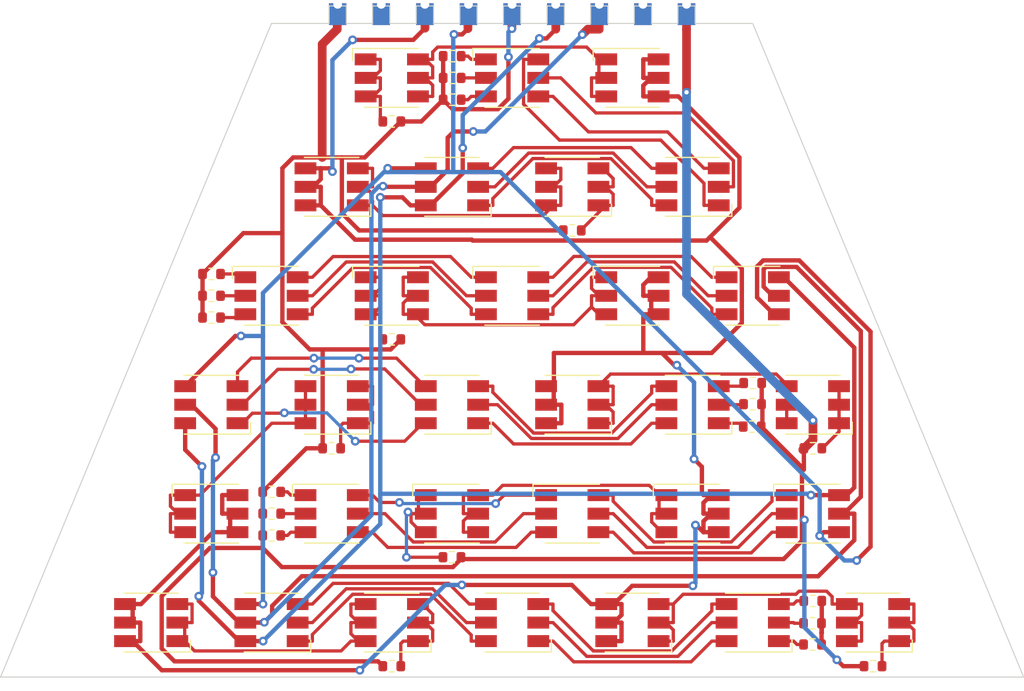
<source format=kicad_pcb>
(kicad_pcb (version 20210424) (generator pcbnew)
  (layers (0 "F.Cu" signal) (31 "B.Cu" signal) (34 "B.Paste" user) (35 "F.Paste" user) (36 "B.SilkS" user "B.Silkscreen") (37 "F.SilkS" user "F.Silkscreen") (38 "B.Mask" user) (39 "F.Mask" user) (44 "Edge.Cuts" user))
  (net 0 "")
  (net 1 "12V")
  (net 2 "R")
  (net 3 "G")
  (net 4 "B")
  (net 5 "W")
  (net 6 "rWhite1")
  (net 7 "wToW0")
  (net 8 "rGreen0")
  (net 9 "green0To1-0")
  (net 10 "rRed0")
  (net 11 "red0To1-0")
  (net 12 "rBlue0")
  (net 13 "blue0To1-0")
  (net 14 "green1To2-0")
  (net 15 "red1To2-0")
  (net 16 "blue1To2-0")
  (net 17 "rWhite2")
  (net 18 "wToW2")
  (net 19 "rGreen1")
  (net 20 "green0To1-1")
  (net 21 "rRed1")
  (net 22 "red0To1-1")
  (net 23 "rBlue1")
  (net 24 "blue0To1-1")
  (net 25 "rWhite3")
  (net 26 "wToW4")
  (net 27 "green1To2-1")
  (net 28 "red1To2-1")
  (net 29 "blue1To2-1")
  (net 30 "rWhite4")
  (net 31 "wToW6")
  (net 32 "rGreen2")
  (net 33 "green0To1-2")
  (net 34 "rRed2")
  (net 35 "red0To1-2")
  (net 36 "rBlue2")
  (net 37 "blue0To1-2")
  (net 38 "green1To2-2")
  (net 39 "red1To2-2")
  (net 40 "blue1To2-2")
  (net 41 "rWhite5")
  (net 42 "wToW8")
  (net 43 "rGreen3")
  (net 44 "green0To1-3")
  (net 45 "rRed3")
  (net 46 "red0To1-3")
  (net 47 "rBlue3")
  (net 48 "blue0To1-3")
  (net 49 "rWhite6")
  (net 50 "wToW10")
  (net 51 "green1To2-3")
  (net 52 "red1To2-3")
  (net 53 "blue1To2-3")
  (net 54 "rWhite7")
  (net 55 "wToW12")
  (net 56 "rGreen4")
  (net 57 "green0To1-4")
  (net 58 "rRed4")
  (net 59 "red0To1-4")
  (net 60 "rBlue4")
  (net 61 "blue0To1-4")
  (net 62 "green1To2-4")
  (net 63 "red1To2-4")
  (net 64 "blue1To2-4")
  (net 65 "rWhite8")
  (net 66 "wToW14")
  (footprint "LED_RGB_5050-6" (layer "F.Cu") (at 16.5533 35 180)
    (fp_text reference "D15" hide)
    (fp_text value "LED_RGB_5050-6")
  )
  (footprint "jCastellatedHole" (layer "F.Cu") (at 38.071 -1.75)
    (fp_text reference "p0" hide)
    (fp_text value "jCastellatedHole")
  )
  (footprint "jCastellatedHole" (layer "F.Cu") (at 6.071 -1.75)
    (fp_text reference "p8" hide)
    (fp_text value "jCastellatedHole")
  )
  (footprint "LED_RGB_5050-6" (layer "F.Cu") (at 22.071 25)
    (fp_text reference "D9" hide)
    (fp_text value "LED_RGB_5050-6")
  )
  (footprint "jCastellatedHole" (layer "F.Cu") (at 26.071 -1.75)
    (fp_text reference "p3" hide)
    (fp_text value "jCastellatedHole")
  )
  (footprint "LED_RGB_5050-6" (layer "F.Cu") (at 44.142 55 180)
    (fp_text reference "D25" hide)
    (fp_text value "LED_RGB_5050-6")
  )
  (footprint "LED_RGB_5050-6" (layer "F.Cu") (at 22.071 55 180)
    (fp_text reference "D27" hide)
    (fp_text value "LED_RGB_5050-6")
  )
  (footprint "jCastellatedHole" (layer "F.Cu") (at 30.071 -1.75)
    (fp_text reference "p2" hide)
    (fp_text value "jCastellatedHole")
  )
  (footprint "LED_RGB_5050-6" (layer "F.Cu") (at 38.6243 45)
    (fp_text reference "D22" hide)
    (fp_text value "LED_RGB_5050-6")
  )
  (footprint "LED_RGB_5050-6" (layer "F.Cu") (at 38.6243 15 180)
    (fp_text reference "D3" hide)
    (fp_text value "LED_RGB_5050-6")
  )
  (footprint "LED_RGB_5050-6" (layer "F.Cu") (at 27.5888 15 180)
    (fp_text reference "D4" hide)
    (fp_text value "LED_RGB_5050-6")
  )
  (footprint "LED_RGB_5050-6" (layer "F.Cu") (at 11.0355 55 180)
    (fp_text reference "D28" hide)
    (fp_text value "LED_RGB_5050-6")
  )
  (footprint "LED_RGB_5050-6" (layer "F.Cu") (at 44.142 25)
    (fp_text reference "D11" hide)
    (fp_text value "LED_RGB_5050-6")
  )
  (footprint "LED_RGB_5050-6" (layer "F.Cu") (at 33.1065 25)
    (fp_text reference "D10" hide)
    (fp_text value "LED_RGB_5050-6")
  )
  (footprint "LED_RGB_5050-6" (layer "F.Cu") (at 55.1775 55 180)
    (fp_text reference "D24" hide)
    (fp_text value "LED_RGB_5050-6")
  )
  (footprint "LED_RGB_5050-6" (layer "F.Cu") (at 49.6598 45)
    (fp_text reference "D23" hide)
    (fp_text value "LED_RGB_5050-6")
  )
  (footprint "LED_RGB_5050-6" (layer "F.Cu") (at 49.6598 35 180)
    (fp_text reference "D12" hide)
    (fp_text value "LED_RGB_5050-6")
  )
  (footprint "LED_RGB_5050-6" (layer "F.Cu") (at 11.0355 5)
    (fp_text reference "D0" hide)
    (fp_text value "LED_RGB_5050-6")
  )
  (footprint "LED_RGB_5050-6" (layer "F.Cu") (at 16.5533 45)
    (fp_text reference "D20" hide)
    (fp_text value "LED_RGB_5050-6")
  )
  (footprint "LED_RGB_5050-6" (layer "F.Cu") (at 5.5177 45)
    (fp_text reference "D19" hide)
    (fp_text value "LED_RGB_5050-6")
  )
  (footprint "LED_RGB_5050-6" (layer "F.Cu") (at 16.5533 15 180)
    (fp_text reference "D5" hide)
    (fp_text value "LED_RGB_5050-6")
  )
  (footprint "LED_RGB_5050-6" (layer "F.Cu") (at 27.5888 35 180)
    (fp_text reference "D14" hide)
    (fp_text value "LED_RGB_5050-6")
  )
  (footprint "LED_RGB_5050-6" (layer "F.Cu") (at 33.1065 55 180)
    (fp_text reference "D26" hide)
    (fp_text value "LED_RGB_5050-6")
  )
  (footprint "LED_RGB_5050-6" (layer "F.Cu") (at 0 55 180)
    (fp_text reference "D29" hide)
    (fp_text value "LED_RGB_5050-6")
  )
  (footprint "LED_RGB_5050-6" (layer "F.Cu") (at 5.5177 15 180)
    (fp_text reference "D6" hide)
    (fp_text value "LED_RGB_5050-6")
  )
  (footprint "jCastellatedHole" (layer "F.Cu") (at 34.071 -1.75)
    (fp_text reference "p1" hide)
    (fp_text value "jCastellatedHole")
  )
  (footprint "LED_RGB_5050-6" (layer "F.Cu") (at 22.071 5)
    (fp_text reference "D1" hide)
    (fp_text value "LED_RGB_5050-6")
  )
  (footprint "jCastellatedHole" (layer "F.Cu") (at 14.071 -1.75)
    (fp_text reference "p6" hide)
    (fp_text value "jCastellatedHole")
  )
  (footprint "LED_RGB_5050-6" (layer "F.Cu") (at 11.0355 25)
    (fp_text reference "D8" hide)
    (fp_text value "LED_RGB_5050-6")
  )
  (footprint "LED_RGB_5050-6" (layer "F.Cu") (at 0 25)
    (fp_text reference "D7" hide)
    (fp_text value "LED_RGB_5050-6")
  )
  (footprint "LED_RGB_5050-6" (layer "F.Cu") (at 33.1065 5)
    (fp_text reference "D2" hide)
    (fp_text value "LED_RGB_5050-6")
  )
  (footprint "jCastellatedHole" (layer "F.Cu") (at 10.071 -1.75)
    (fp_text reference "p7" hide)
    (fp_text value "jCastellatedHole")
  )
  (footprint "jCastellatedHole" (layer "F.Cu") (at 22.071 -1.75)
    (fp_text reference "p4" hide)
    (fp_text value "jCastellatedHole")
  )
  (footprint "LED_RGB_5050-6" (layer "F.Cu") (at -5.5177 45)
    (fp_text reference "D18" hide)
    (fp_text value "LED_RGB_5050-6")
  )
  (footprint "LED_RGB_5050-6" (layer "F.Cu") (at -5.5177 35 180)
    (fp_text reference "D17" hide)
    (fp_text value "LED_RGB_5050-6")
  )
  (footprint "LED_RGB_5050-6" (layer "F.Cu") (at 27.5888 45)
    (fp_text reference "D21" hide)
    (fp_text value "LED_RGB_5050-6")
  )
  (footprint "LED_RGB_5050-6" (layer "F.Cu") (at 5.5177 35 180)
    (fp_text reference "D16" hide)
    (fp_text value "LED_RGB_5050-6")
  )
  (footprint "LED_RGB_5050-6" (layer "F.Cu") (at -11.0355 55 180)
    (fp_text reference "D30" hide)
    (fp_text value "LED_RGB_5050-6")
  )
  (footprint "jCastellatedHole" (layer "F.Cu") (at 18.071 -1.75)
    (fp_text reference "p5" hide)
    (fp_text value "jCastellatedHole")
  )
  (footprint "R_0603_1608Metric" (layer "F.Cu") (at 0.0177 43)
    (fp_text reference "R11" hide)
    (fp_text value "R_0603_1608Metric")
  )
  (footprint "R_0603_1608Metric" (layer "F.Cu") (at 11.0355 9 180)
    (fp_text reference "RW0" hide)
    (fp_text value "R_0603_1608Metric")
  )
  (footprint "R_0603_1608Metric" (layer "F.Cu") (at 44.14 33.01 180)
    (fp_text reference "R6" hide)
    (fp_text value "R_0603_1608Metric")
  )
  (footprint "R_0603_1608Metric" (layer "F.Cu") (at 0.0177 47)
    (fp_text reference "R9" hide)
    (fp_text value "R_0603_1608Metric")
  )
  (footprint "R_0603_1608Metric" (layer "F.Cu") (at 44.125 34.95 180)
    (fp_text reference "R7" hide)
    (fp_text value "R_0603_1608Metric")
  )
  (footprint "R_0603_1608Metric" (layer "F.Cu") (at 16.571 3)
    (fp_text reference "R2" hide)
    (fp_text value "R_0603_1608Metric")
  )
  (footprint "R_0603_1608Metric" (layer "F.Cu") (at 11.0355 59)
    (fp_text reference "RW7" hide)
    (fp_text value "R_0603_1608Metric")
  )
  (footprint "R_0603_1608Metric" (layer "F.Cu") (at 16.5533 49 180)
    (fp_text reference "RW5" hide)
    (fp_text value "R_0603_1608Metric")
  )
  (footprint "R_0603_1608Metric" (layer "F.Cu") (at 0.0177 45)
    (fp_text reference "R10" hide)
    (fp_text value "R_0603_1608Metric")
  )
  (footprint "R_0603_1608Metric" (layer "F.Cu") (at 44.095 37.01 180)
    (fp_text reference "R8" hide)
    (fp_text value "R_0603_1608Metric")
  )
  (footprint "R_0603_1608Metric" (layer "F.Cu") (at 5.5177 39)
    (fp_text reference "RW4" hide)
    (fp_text value "R_0603_1608Metric")
  )
  (footprint "R_0603_1608Metric" (layer "F.Cu") (at -5.5 25)
    (fp_text reference "R4" hide)
    (fp_text value "R_0603_1608Metric")
  )
  (footprint "R_0603_1608Metric" (layer "F.Cu") (at -5.5 23)
    (fp_text reference "R5" hide)
    (fp_text value "R_0603_1608Metric")
  )
  (footprint "R_0603_1608Metric" (layer "F.Cu") (at 55.1775 59)
    (fp_text reference "RW6" hide)
    (fp_text value "R_0603_1608Metric")
  )
  (footprint "R_0603_1608Metric" (layer "F.Cu") (at 49.65 53.01 180)
    (fp_text reference "R12" hide)
    (fp_text value "R_0603_1608Metric")
  )
  (footprint "R_0603_1608Metric" (layer "F.Cu") (at 49.625 55.06 180)
    (fp_text reference "R13" hide)
    (fp_text value "R_0603_1608Metric")
  )
  (footprint "R_0603_1608Metric" (layer "F.Cu") (at 49.63 57.01 180)
    (fp_text reference "R14" hide)
    (fp_text value "R_0603_1608Metric")
  )
  (footprint "R_0603_1608Metric" (layer "F.Cu") (at 16.571 7)
    (fp_text reference "R0" hide)
    (fp_text value "R_0603_1608Metric")
  )
  (footprint "R_0603_1608Metric" (layer "F.Cu") (at 16.571 5)
    (fp_text reference "R1" hide)
    (fp_text value "R_0603_1608Metric")
  )
  (footprint "R_0603_1608Metric" (layer "F.Cu") (at 27.5888 19)
    (fp_text reference "RW1" hide)
    (fp_text value "R_0603_1608Metric")
  )
  (footprint "R_0603_1608Metric" (layer "F.Cu") (at -5.5 27)
    (fp_text reference "R3" hide)
    (fp_text value "R_0603_1608Metric")
  )
  (footprint "R_0603_1608Metric" (layer "F.Cu") (at 11.0355 29 180)
    (fp_text reference "RW2" hide)
    (fp_text value "R_0603_1608Metric")
  )
  (footprint "R_0603_1608Metric" (layer "F.Cu") (at 49.6598 39)
    (fp_text reference "RW3" hide)
    (fp_text value "R_0603_1608Metric")
  )
  (footprint "LED_RGB_5050-6" (layer "F.Cu") (at 38.6243 35 180)
    (fp_text reference "D13" hide)
    (fp_text value "LED_RGB_5050-6")
  )
  (gr_line (start 14.871 -1.6) (end 14.871 0) (layer "Edge.Cuts") (width 0.1))
  (gr_line (start 37.271 0) (end 34.871 0) (layer "Edge.Cuts") (width 0.1))
  (gr_line (start 30.871 -1.6) (end 30.871 0) (layer "Edge.Cuts") (width 0.1))
  (gr_line (start 21.271 0) (end 18.871 0) (layer "Edge.Cuts") (width 0.1))
  (gr_line (start 29.271 -1.6) (end 29.271 0) (layer "Edge.Cuts") (width 0.1))
  (gr_line (start 34.871 -1.6) (end 34.871 0) (layer "Edge.Cuts") (width 0.1))
  (gr_line (start 33.271 -1.6) (end 34.871 -1.6) (layer "Edge.Cuts") (width 0.1))
  (gr_line (start 5.271 -1.6) (end 5.271 0) (layer "Edge.Cuts") (width 0.1))
  (gr_line (start 33.271 -1.6) (end 33.271 0) (layer "Edge.Cuts") (width 0.1))
  (gr_line (start 0 0) (end 5.271 0) (layer "Edge.Cuts") (width 0.1))
  (gr_line (start 38.871 -1.6) (end 38.871 0) (layer "Edge.Cuts") (width 0.1))
  (gr_line (start 18.871 -1.6) (end 18.871 0) (layer "Edge.Cuts") (width 0.1))
  (gr_line (start 21.271 -1.6) (end 22.871 -1.6) (layer "Edge.Cuts") (width 0.1))
  (gr_line (start 13.271 -1.6) (end 13.271 0) (layer "Edge.Cuts") (width 0.1))
  (gr_line (start 17.271 -1.6) (end 18.871 -1.6) (layer "Edge.Cuts") (width 0.1))
  (gr_line (start 38.871 0) (end 44.142 0) (layer "Edge.Cuts") (width 0.1))
  (gr_line (start 25.271 -1.6) (end 26.871 -1.6) (layer "Edge.Cuts") (width 0.1))
  (gr_line (start 9.271 -1.6) (end 10.871 -1.6) (layer "Edge.Cuts") (width 0.1))
  (gr_line (start 37.271 -1.6) (end 37.271 0) (layer "Edge.Cuts") (width 0.1))
  (gr_line (start 21.271 -1.6) (end 21.271 0) (layer "Edge.Cuts") (width 0.1))
  (gr_line (start 44.142 0) (end 68.995 60) (layer "Edge.Cuts") (width 0.1))
  (gr_line (start 33.271 0) (end 30.871 0) (layer "Edge.Cuts") (width 0.1))
  (gr_line (start -24.853 60) (end 68.995 60) (layer "Edge.Cuts") (width 0.1))
  (gr_line (start 22.871 -1.6) (end 22.871 0) (layer "Edge.Cuts") (width 0.1))
  (gr_line (start 10.871 -1.6) (end 10.871 0) (layer "Edge.Cuts") (width 0.1))
  (gr_line (start 6.871 -1.6) (end 6.871 0) (layer "Edge.Cuts") (width 0.1))
  (gr_line (start 25.271 0) (end 22.871 0) (layer "Edge.Cuts") (width 0.1))
  (gr_line (start 37.271 -1.6) (end 38.871 -1.6) (layer "Edge.Cuts") (width 0.1))
  (gr_line (start 9.271 -1.6) (end 9.271 0) (layer "Edge.Cuts") (width 0.1))
  (gr_line (start 5.271 -1.6) (end 6.871 -1.6) (layer "Edge.Cuts") (width 0.1))
  (gr_line (start 13.271 -1.6) (end 14.871 -1.6) (layer "Edge.Cuts") (width 0.1))
  (gr_line (start 29.271 0) (end 26.871 0) (layer "Edge.Cuts") (width 0.1))
  (gr_line (start 17.271 0) (end 14.871 0) (layer "Edge.Cuts") (width 0.1))
  (gr_line (start 0 0) (end -24.853 60) (layer "Edge.Cuts") (width 0.1))
  (gr_line (start 29.271 -1.6) (end 30.871 -1.6) (layer "Edge.Cuts") (width 0.1))
  (gr_line (start 17.271 -1.6) (end 17.271 0) (layer "Edge.Cuts") (width 0.1))
  (gr_line (start 13.271 0) (end 10.871 0) (layer "Edge.Cuts") (width 0.1))
  (gr_line (start 25.271 -1.6) (end 25.271 0) (layer "Edge.Cuts") (width 0.1))
  (gr_line (start 26.871 -1.6) (end 26.871 0) (layer "Edge.Cuts") (width 0.1))
  (gr_line (start 9.271 0) (end 6.871 0) (layer "Edge.Cuts") (width 0.1))
  (segment (start 48.8348 39) (end 48.8348 40.9452) (width 0.4) (layer "F.Cu") (net 1))
  (segment (start 0.9996 19.2504) (end 0.9996 27.4182) (width 0.4) (layer "F.Cu") (net 1))
  (segment (start 4.6927 29.9262) (end 4.6927 39) (width 0.4) (layer "F.Cu") (net 1))
  (segment (start 0.9996 27.4182) (end 3.5076 29.9262) (width 0.4) (layer "F.Cu") (net 1))
  (segment (start -2.5754 19.2504) (end 0.9996 19.2504) (width 0.4) (layer "F.Cu") (net 1))
  (segment (start -0.8073 48.1488) (end 0.9495 49.9056) (width 0.4) (layer "F.Cu") (net 1))
  (segment (start 48.74 39.132036) (end 48.74 39.14) (width 0.8) (layer "F.Cu") (net 1))
  (segment (start 0.9495 49.9056) (end 16.6411 49.9056) (width 0.4) (layer "F.Cu") (net 1))
  (segment (start 4.6927 29.9262) (end 10.9343 29.9262) (width 0.4) (layer "F.Cu") (net 1))
  (segment (start 50.45 55.9433) (end 50.455 55.9483) (width 0.4) (layer "F.Cu") (net 1))
  (segment (start 38.07 -1.24) (end 38.07 0.58) (width 0.8) (layer "F.Cu") (net 1))
  (segment (start 8.5582 12.3023) (end 11.8605 9) (width 0.4) (layer "F.Cu") (net 1))
  (segment (start 48.6602 47.4876) (end 48.6602 45.5751) (width 0.4) (layer "F.Cu") (net 1))
  (segment (start 10.2105 59) (end 9.7692 58.5587) (width 0.4) (layer "F.Cu") (net 1))
  (segment (start 48.6602 45.5751) (end 48.6602 41.1198) (width 0.4) (layer "F.Cu") (net 1))
  (segment (start 6.03 -1.29) (end 6.03 0.53) (width 0.8) (layer "F.Cu") (net 1))
  (segment (start 1.9839 12.3023) (end 0.9996 13.2866) (width 0.4) (layer "F.Cu") (net 1))
  (segment (start -6.325 25.205) (end -6.23 25.11) (width 0.4) (layer "F.Cu") (net 1))
  (segment (start -6.325 23) (end -6.325 24.885) (width 0.4) (layer "F.Cu") (net 1))
  (segment (start -6.325 24.885) (end -6.23 24.98) (width 0.4) (layer "F.Cu") (net 1))
  (segment (start 38.07 0.58) (end 38.07 6.322608) (width 0.8) (layer "F.Cu") (net 1))
  (segment (start 20.7656 7.87452) (end 21.734668 6.905452) (width 0.4) (layer "F.Cu") (net 1))
  (segment (start 17.3783 49.1684) (end 17.3783 49) (width 0.4) (layer "F.Cu") (net 1))
  (segment (start 50.45 55.06) (end 50.45 55.9433) (width 0.4) (layer "F.Cu") (net 1))
  (segment (start -0.8073 45) (end -0.8073 43) (width 0.4) (layer "F.Cu") (net 1))
  (segment (start 8.0391 19) (end 6.4549 17.4158) (width 0.4) (layer "F.Cu") (net 1))
  (segment (start 48.8348 40.9452) (end 48.6602 41.1198) (width 0.4) (layer "F.Cu") (net 1))
  (segment (start 17.3783 49.1684) (end 46.9794 49.1684) (width 0.4) (layer "F.Cu") (net 1))
  (segment (start 50.455 55.9483) (end 50.4551 55.9483) (width 0.4) (layer "F.Cu") (net 1))
  (segment (start -10.0711 57.3805) (end -10.0711 52.5714) (width 0.4) (layer "F.Cu") (net 1))
  (segment (start 3.1927 39) (end 4.6927 39) (width 0.4) (layer "F.Cu") (net 1))
  (segment (start 49.67 38.202036) (end 48.74 39.132036) (width 0.8) (layer "F.Cu") (net 1))
  (segment (start 6.4549 17.4158) (end 6.4549 12.3023) (width 0.4) (layer "F.Cu") (net 1))
  (segment (start 0.9996 13.2866) (end 0.9996 19.2504) (width 0.4) (layer "F.Cu") (net 1))
  (segment (start 48.6602 41.1198) (end 48.6602 40.7502) (width 0.4) (layer "F.Cu") (net 1))
  (segment (start -0.8073 43) (end 3.1927 39) (width 0.4) (layer "F.Cu") (net 1))
  (segment (start 51.8601 58.4151) (end 50.455 57.01) (width 0.4) (layer "F.Cu") (net 1))
  (segment (start -0.8073 45) (end -0.8073 47) (width 0.4) (layer "F.Cu") (net 1))
  (segment (start 48.6602 40.7502) (end 44.92 37.01) (width 0.4) (layer "F.Cu") (net 1))
  (segment (start 9.7692 58.5587) (end -8.8929 58.5587) (width 0.4) (layer "F.Cu") (net 1))
  (segment (start 11.8605 9) (end 13.746 9) (width 0.4) (layer "F.Cu") (net 1))
  (segment (start 15.746 5) (end 15.746 3) (width 0.4) (layer "F.Cu") (net 1))
  (segment (start 6.4549 12.3023) (end 4.6523 12.3023) (width 0.4) (layer "F.Cu") (net 1))
  (segment (start 16.62052 7.87452) (end 20.7656 7.87452) (width 0.4) (layer "F.Cu") (net 1))
  (segment (start 4.6523 1.9077) (end 4.6523 12.3023) (width 0.8) (layer "F.Cu") (net 1))
  (segment (start 15.746 7) (end 15.746 5) (width 0.4) (layer "F.Cu") (net 1))
  (segment (start 46.9794 49.1684) (end 48.6602 47.4876) (width 0.4) (layer "F.Cu") (net 1))
  (segment (start 45.03 35.08) (end 45.03 37.1) (width 0.4) (layer "F.Cu") (net 1))
  (segment (start -8.8929 58.5587) (end -10.0711 57.3805) (width 0.4) (layer "F.Cu") (net 1))
  (segment (start 16.6411 49.9056) (end 17.3783 49.1684) (width 0.4) (layer "F.Cu") (net 1))
  (segment (start 22.05 -1.34) (end 22.05 0.48) (width 0.8) (layer "F.Cu") (net 1))
  (segment (start -6.325 23) (end -2.5754 19.2504) (width 0.4) (layer "F.Cu") (net 1))
  (segment (start 44.965 35.015) (end 45.03 35.08) (width 0.4) (layer "F.Cu") (net 1))
  (segment (start -6.325 27) (end -6.325 25.205) (width 0.4) (layer "F.Cu") (net 1))
  (segment (start -10.0711 52.5714) (end -5.6485 48.1488) (width 0.4) (layer "F.Cu") (net 1))
  (segment (start 50.455 55.9483) (end 50.455 57.01) (width 0.4) (layer "F.Cu") (net 1))
  (segment (start -5.6485 48.1488) (end -0.8073 48.1488) (width 0.4) (layer "F.Cu") (net 1))
  (segment (start 13.746 9) (end 15.746 7) (width 0.4) (layer "F.Cu") (net 1))
  (segment (start 3.5076 29.9262) (end 4.6927 29.9262) (width 0.4) (layer "F.Cu") (net 1))
  (segment (start 15.746 7) (end 16.62052 7.87452) (width 0.4) (layer "F.Cu") (net 1))
  (segment (start 50.4551 55.9483) (end 50.475 55.9284) (width 0.4) (layer "F.Cu") (net 1))
  (segment (start 52.445 59) (end 51.8601 58.4151) (width 0.4) (layer "F.Cu") (net 1))
  (segment (start 21.734668 6.905452) (end 21.734668 3.084668) (width 0.4) (layer "F.Cu") (net 1))
  (segment (start 10.9343 29.9262) (end 11.8605 29) (width 0.4) (layer "F.Cu") (net 1))
  (segment (start 49.67 36.44) (end 49.67 38.202036) (width 0.8) (layer "F.Cu") (net 1))
  (segment (start 54.3525 59) (end 52.445 59) (width 0.4) (layer "F.Cu") (net 1))
  (segment (start 6.4549 12.3023) (end 8.5582 12.3023) (width 0.4) (layer "F.Cu") (net 1))
  (segment (start 26.7638 19) (end 8.0391 19) (width 0.4) (layer "F.Cu") (net 1))
  (segment (start 48.6602 45.5751) (end 48.8811 45.5751) (width 0.4) (layer "F.Cu") (net 1))
  (segment (start -0.8073 47) (end -0.8073 48.1488) (width 0.4) (layer "F.Cu") (net 1))
  (segment (start 44.965 33.01) (end 44.965 35.015) (width 0.4) (layer "F.Cu") (net 1))
  (segment (start 50.475 55.9284) (end 50.475 53.01) (width 0.4) (layer "F.Cu") (net 1))
  (segment (start 4.6523 12.3023) (end 1.9839 12.3023) (width 0.4) (layer "F.Cu") (net 1))
  (segment (start 6.03 0.53) (end 4.6523 1.9077) (width 0.8) (layer "F.Cu") (net 1))
  (via (at 21.734668 3.084668) (size 0.8) (drill 0.4) (layers "F.Cu" "B.Cu") (net 1))
  (via (at 48.8811 45.5751) (size 0.8) (drill 0.4) (layers "F.Cu" "B.Cu") (net 1))
  (via (at 22.05 0.48) (size 0.8) (drill 0.4) (layers "F.Cu" "B.Cu") (net 1))
  (via (at 49.67 36.44) (size 0.8) (drill 0.4) (layers "F.Cu" "B.Cu") (net 1))
  (via (at 51.8601 58.4151) (size 0.8) (drill 0.4) (layers "F.Cu" "B.Cu") (net 1))
  (via (at 38.07 6.322608) (size 0.8) (drill 0.4) (layers "F.Cu" "B.Cu") (net 1))
  (segment (start 48.8811 55.4361) (end 48.8811 45.5751) (width 0.4) (layer "B.Cu") (net 1))
  (segment (start 38.07 24.84) (end 49.67 36.44) (width 0.8) (layer "B.Cu") (net 1))
  (segment (start 38.07 6.322608) (end 38.07 24.84) (width 0.8) (layer "B.Cu") (net 1))
  (segment (start 21.734668 0.795332) (end 22.05 0.48) (width 0.4) (layer "B.Cu") (net 1))
  (segment (start 51.8601 58.4151) (end 48.8811 55.4361) (width 0.4) (layer "B.Cu") (net 1))
  (segment (start 21.734668 3.084668) (end 21.734668 0.795332) (width 0.4) (layer "B.Cu") (net 1))
  (segment (start 14.6033 15) (end 15.99 13.6133) (width 0.4) (layer "F.Cu") (net 2))
  (segment (start 0.0607 53.4675) (end 0.0607 54.2504) (width 0.4) (layer "F.Cu") (net 2))
  (segment (start -5.13 37.21858) (end -7.28858 35.06) (width 0.4) (layer "F.Cu") (net 2))
  (segment (start 15.99 13.6133) (end 16.08 13.5233) (width 0.4) (layer "F.Cu") (net 2))
  (segment (start 54.058831 43.450969) (end 54.058831 28.248831) (width 0.4) (layer "F.Cu") (net 2))
  (segment (start 52.0598 45) (end 52.5098 45) (width 0.4) (layer "F.Cu") (net 2))
  (segment (start 45.142489 24.169609) (end 45.86288 24.89) (width 0.4) (layer "F.Cu") (net 2))
  (segment (start 48.160489 22.350489) (end 45.352 22.350489) (width 0.4) (layer "F.Cu") (net 2))
  (segment (start -7.28858 35.06) (end -7.5 35.06) (width 0.4) (layer "F.Cu") (net 2))
  (segment (start 30.06 -1.29) (end 30.06 0.53) (width 0.8) (layer "F.Cu") (net 2))
  (segment (start -0.6576 54.9687) (end -0.9684 54.9687) (width 0.4) (layer "F.Cu") (net 2))
  (segment (start 52.5098 45) (end 54.058831 43.450969) (width 0.4) (layer "F.Cu") (net 2))
  (segment (start 50.1454 50.7458) (end 2.7824 50.7458) (width 0.4) (layer "F.Cu") (net 2))
  (segment (start 14.1533 15) (end 14.6033 15) (width 0.4) (layer "F.Cu") (net 2))
  (segment (start 0.0607 54.2504) (end -0.6576 54.9687) (width 0.4) (layer "F.Cu") (net 2))
  (segment (start 45.352 22.350489) (end 45.142489 22.56) (width 0.4) (layer "F.Cu") (net 2))
  (segment (start 16.16 10.49) (end 16.73 9.92) (width 0.4) (layer "F.Cu") (net 2))
  (segment (start -5.13 39.85) (end -5.13 37.21858) (width 0.4) (layer "F.Cu") (net 2))
  (segment (start 29.01 0.53) (end 28.51 1.03) (width 0.8) (layer "F.Cu") (net 2))
  (segment (start -0.9684 54.9687) (end -0.9997 55) (width 0.4) (layer "F.Cu") (net 2))
  (segment (start 53.4601 47.4311) (end 50.1454 50.7458) (width 0.4) (layer "F.Cu") (net 2))
  (segment (start 14.1533 15) (end 10.2837 15) (width 0.4) (layer "F.Cu") (net 2))
  (segment (start 54.058831 28.248831) (end 48.160489 22.350489) (width 0.4) (layer "F.Cu") (net 2))
  (segment (start 53.4601 45) (end 53.4601 47.4311) (width 0.4) (layer "F.Cu") (net 2))
  (segment (start -2.4 55) (end -2.96912 55) (width 0.4) (layer "F.Cu") (net 2))
  (segment (start 2.7824 50.7458) (end 0.0607 53.4675) (width 0.4) (layer "F.Cu") (net 2))
  (segment (start -2.4 55) (end -0.9997 55) (width 0.4) (layer "F.Cu") (net 2))
  (segment (start 16.73 9.92) (end 18.51 9.92) (width 0.4) (layer "F.Cu") (net 2))
  (segment (start 16.16 13.4433) (end 16.16 10.49) (width 0.4) (layer "F.Cu") (net 2))
  (segment (start -2.96912 55) (end -5.37 52.59912) (width 0.4) (layer "F.Cu") (net 2))
  (segment (start 45.142489 22.56) (end 45.142489 24.169609) (width 0.4) (layer "F.Cu") (net 2))
  (segment (start 52.0598 45) (end 53.4601 45) (width 0.4) (layer "F.Cu") (net 2))
  (segment (start -5.37 52.59912) (end -5.37 50.4) (width 0.4) (layer "F.Cu") (net 2))
  (segment (start 16.08 13.5233) (end 16.16 13.4433) (width 0.4) (layer "F.Cu") (net 2))
  (segment (start 45.86288 24.89) (end 46.44 24.89) (width 0.4) (layer "F.Cu") (net 2))
  (segment (start 30.06 0.53) (end 29.01 0.53) (width 0.8) (layer "F.Cu") (net 2))
  (segment (start 10.2837 15) (end 10.2244 14.9407) (width 0.4) (layer "F.Cu") (net 2))
  (via (at 10.2244 14.9407) (size 0.8) (drill 0.4) (layers "F.Cu" "B.Cu") (net 2))
  (via (at 28.51 1.03) (size 0.8) (drill 0.4) (layers "F.Cu" "B.Cu") (net 2))
  (via (at -5.37 50.4) (size 0.8) (drill 0.4) (layers "F.Cu" "B.Cu") (net 2))
  (via (at -0.6576 54.9687) (size 0.8) (drill 0.4) (layers "F.Cu" "B.Cu") (net 2))
  (via (at 18.51 9.92) (size 0.8) (drill 0.4) (layers "F.Cu" "B.Cu") (net 2))
  (via (at -5.13 39.85) (size 0.8) (drill 0.4) (layers "F.Cu" "B.Cu") (net 2))
  (segment (start -5.37 40.09) (end -5.13 39.85) (width 0.4) (layer "B.Cu") (net 2))
  (segment (start 19.62 9.92) (end 28.51 1.03) (width 0.4) (layer "B.Cu") (net 2))
  (segment (start 9.8696 14.9407) (end 10.2244 14.9407) (width 0.4) (layer "B.Cu") (net 2))
  (segment (start 9.1654 45.1457) (end 9.1654 15.6449) (width 0.4) (layer "B.Cu") (net 2))
  (segment (start 9.1654 15.6449) (end 9.8696 14.9407) (width 0.4) (layer "B.Cu") (net 2))
  (segment (start -0.6576 54.9687) (end 9.1654 45.1457) (width 0.4) (layer "B.Cu") (net 2))
  (segment (start 18.51 9.92) (end 19.62 9.92) (width 0.4) (layer "B.Cu") (net 2))
  (segment (start -5.37 50.4) (end -5.37 40.09) (width 0.4) (layer "B.Cu") (net 2))
  (segment (start 14.1533 16.7) (end 12.753 16.7) (width 0.4) (layer "F.Cu") (net 3))
  (segment (start 53.459311 29.767311) (end 53.459311 42.600689) (width 0.4) (layer "F.Cu") (net 3))
  (segment (start -6.67 52.99912) (end -3.01912 56.65) (width 0.4) (layer "F.Cu") (net 3))
  (segment (start 24.57 1.38) (end 25.23 1.38) (width 0.4) (layer "F.Cu") (net 3))
  (segment (start 53.459311 42.600689) (end 52.49 43.57) (width 0.4) (layer "F.Cu") (net 3))
  (segment (start 46.992 23.3) (end 53.459311 29.767311) (width 0.4) (layer "F.Cu") (net 3))
  (segment (start 9.9788 15.9632) (end 12.0162 15.9632) (width 0.4) (layer "F.Cu") (net 3))
  (segment (start 14.6033 16.7) (end 17.54 13.7633) (width 0.4) (layer "F.Cu") (net 3))
  (segment (start 26.08 -1.29) (end 26.08 0.53) (width 0.8) (layer "F.Cu") (net 3))
  (segment (start 52.0598 43.3) (end 50.6595 43.3) (width 0.4) (layer "F.Cu") (net 3))
  (segment (start 12.0162 15.9632) (end 12.753 16.7) (width 0.4) (layer "F.Cu") (net 3))
  (segment (start 46.542 23.3) (end 46.992 23.3) (width 0.4) (layer "F.Cu") (net 3))
  (segment (start -7.9177 36.7) (end -7.9177 39.1323) (width 0.4) (layer "F.Cu") (net 3))
  (segment (start 25.23 1.38) (end 26.08 0.53) (width 0.4) (layer "F.Cu") (net 3))
  (segment (start -3.01912 56.65) (end -2.37 56.65) (width 0.4) (layer "F.Cu") (net 3))
  (segment (start 14.1533 16.7) (end 14.6033 16.7) (width 0.4) (layer "F.Cu") (net 3))
  (segment (start -6.67 52.58) (end -6.67 52.99912) (width 0.4) (layer "F.Cu") (net 3))
  (segment (start 17.54 13.7633) (end 17.54 11.43) (width 0.4) (layer "F.Cu") (net 3))
  (segment (start -0.9997 56.7) (end -0.7701 56.7) (width 0.4) (layer "F.Cu") (net 3))
  (segment (start 50.6595 43.3) (end 49.4825 43.3) (width 0.4) (layer "F.Cu") (net 3))
  (segment (start -2.4 56.7) (end -0.9997 56.7) (width 0.4) (layer "F.Cu") (net 3))
  (segment (start -7.9177 39.1323) (end -6.38 40.67) (width 0.4) (layer "F.Cu") (net 3))
  (via (at 17.54 11.43) (size 0.8) (drill 0.4) (layers "F.Cu" "B.Cu") (net 3))
  (via (at -0.7701 56.7) (size 0.8) (drill 0.4) (layers "F.Cu" "B.Cu") (net 3))
  (via (at 9.9788 15.9632) (size 0.8) (drill 0.4) (layers "F.Cu" "B.Cu") (net 3))
  (via (at -6.67 52.58) (size 0.8) (drill 0.4) (layers "F.Cu" "B.Cu") (net 3))
  (via (at 24.57 1.38) (size 0.8) (drill 0.4) (layers "F.Cu" "B.Cu") (net 3))
  (via (at -6.38 40.67) (size 0.8) (drill 0.4) (layers "F.Cu" "B.Cu") (net 3))
  (via (at 49.4825 43.3) (size 0.8) (drill 0.4) (layers "F.Cu" "B.Cu") (net 3))
  (segment (start 49.4825 43.3) (end 49.3561 43.1736) (width 0.4) (layer "B.Cu") (net 3))
  (segment (start -6.38 52.29) (end -6.67 52.58) (width 0.4) (layer "B.Cu") (net 3))
  (segment (start 17.54 11.43) (end 17.54 8.41) (width 0.4) (layer "B.Cu") (net 3))
  (segment (start -6.38 40.67) (end -6.38 52.29) (width 0.4) (layer "B.Cu") (net 3))
  (segment (start 9.9788 15.9632) (end 9.9788 43.1736) (width 0.4) (layer "B.Cu") (net 3))
  (segment (start 17.54 8.41) (end 24.57 1.38) (width 0.4) (layer "B.Cu") (net 3))
  (segment (start 49.3561 43.1736) (end 9.9788 43.1736) (width 0.4) (layer "B.Cu") (net 3))
  (segment (start 9.9788 45.9511) (end -0.7701 56.7) (width 0.4) (layer "B.Cu") (net 3))
  (segment (start 9.9788 43.1736) (end 9.9788 45.9511) (width 0.4) (layer "B.Cu") (net 3))
  (segment (start -3.3077 28.69) (end -2.8 28.69) (width 0.4) (layer "F.Cu") (net 4))
  (segment (start 18.02 -1.34) (end 18.02 0.48) (width 0.8) (layer "F.Cu") (net 4))
  (segment (start -7.9177 33.3) (end -3.3077 28.69) (width 0.4) (layer "F.Cu") (net 4))
  (segment (start 44.542969 22.31167) (end 45.103671 21.750969) (width 0.4) (layer "F.Cu") (net 4))
  (segment (start 50.6595 46.7) (end 50.3283 47.0312) (width 0.4) (layer "F.Cu") (net 4))
  (segment (start 46.542 26.7) (end 46.092 26.7) (width 0.4) (layer "F.Cu") (net 4))
  (segment (start 54.95 48.03) (end 53.68 49.3) (width 0.4) (layer "F.Cu") (net 4))
  (segment (start 48.408818 21.750969) (end 54.95 28.292151) (width 0.4) (layer "F.Cu") (net 4))
  (segment (start 14.1533 13.3) (end 10.6614 13.3) (width 0.4) (layer "F.Cu") (net 4))
  (segment (start -2.4 53.3) (end -0.7819 53.3) (width 0.4) (layer "F.Cu") (net 4))
  (segment (start 50.3283 47.0312) (end 50.2835 47.0312) (width 0.4) (layer "F.Cu") (net 4))
  (segment (start 52.0598 46.7) (end 50.6595 46.7) (width 0.4) (layer "F.Cu") (net 4))
  (segment (start 54.95 28.292151) (end 54.95 48.03) (width 0.4) (layer "F.Cu") (net 4))
  (segment (start 46.092 26.7) (end 44.542969 25.150969) (width 0.4) (layer "F.Cu") (net 4))
  (segment (start 16.74 1.01) (end 17.49 1.01) (width 0.4) (layer "F.Cu") (net 4))
  (segment (start 17.49 1.01) (end 18.02 0.48) (width 0.4) (layer "F.Cu") (net 4))
  (segment (start 44.542969 25.150969) (end 44.542969 22.31167) (width 0.4) (layer "F.Cu") (net 4))
  (segment (start 45.103671 21.750969) (end 48.408818 21.750969) (width 0.4) (layer "F.Cu") (net 4))
  (via (at 10.6614 13.3) (size 0.8) (drill 0.4) (layers "F.Cu" "B.Cu") (net 4))
  (via (at 16.74 1.01) (size 0.8) (drill 0.4) (layers "F.Cu" "B.Cu") (net 4))
  (via (at -0.7819 53.3) (size 0.8) (drill 0.4) (layers "F.Cu" "B.Cu") (net 4))
  (via (at 53.68 49.3) (size 0.8) (drill 0.4) (layers "F.Cu" "B.Cu") (net 4))
  (via (at -2.8 28.69) (size 0.8) (drill 0.4) (layers "F.Cu" "B.Cu") (net 4))
  (via (at 50.2835 47.0312) (size 0.8) (drill 0.4) (layers "F.Cu" "B.Cu") (net 4))
  (segment (start 16.6726 13.6426) (end 21.0048 13.6426) (width 0.4) (layer "B.Cu") (net 4))
  (segment (start 16.6726 1.0774) (end 16.74 1.01) (width 0.4) (layer "B.Cu") (net 4))
  (segment (start -0.7819 24.7433) (end 10.3188 13.6426) (width 0.4) (layer "B.Cu") (net 4))
  (segment (start -0.7938 28.69) (end -0.7819 28.7019) (width 0.4) (layer "B.Cu") (net 4))
  (segment (start 10.3188 13.6426) (end 10.6614 13.6426) (width 0.4) (layer "B.Cu") (net 4))
  (segment (start 21.0048 13.6426) (end 50.2835 42.9213) (width 0.4) (layer "B.Cu") (net 4))
  (segment (start 52.5523 49.3) (end 50.2835 47.0312) (width 0.4) (layer "B.Cu") (net 4))
  (segment (start -2.8 28.69) (end -0.7938 28.69) (width 0.4) (layer "B.Cu") (net 4))
  (segment (start -0.7819 53.3) (end -0.7819 28.7019) (width 0.4) (layer "B.Cu") (net 4))
  (segment (start 10.6614 13.3) (end 10.6614 13.6426) (width 0.4) (layer "B.Cu") (net 4))
  (segment (start 53.68 49.3) (end 52.5523 49.3) (width 0.4) (layer "B.Cu") (net 4))
  (segment (start 10.6614 13.6426) (end 16.6726 13.6426) (width 0.4) (layer "B.Cu") (net 4))
  (segment (start 16.6726 13.6426) (end 16.6726 1.0774) (width 0.4) (layer "B.Cu") (net 4))
  (segment (start -0.7819 28.7019) (end -0.7819 24.7433) (width 0.4) (layer "B.Cu") (net 4))
  (segment (start 50.2835 42.9213) (end 50.2835 47.0312) (width 0.4) (layer "B.Cu") (net 4))
  (segment (start 35.5065 6.7) (end 37.3167 6.7) (width 0.4) (layer "F.Cu") (net 5))
  (segment (start 34.1062 5.7002) (end 34.1062 6.7) (width 0.4) (layer "F.Cu") (net 5))
  (segment (start 34.1062 30.2501) (end 34.1062 26.7) (width 0.4) (layer "F.Cu") (net 5))
  (segment (start -12.7353 55) (end -12.0352 55) (width 0.4) (layer "F.Cu") (net 5))
  (segment (start 3.1177 16.7) (end 3.8179 16.7) (width 0.4) (layer "F.Cu") (net 5))
  (segment (start 40.3786 30.2501) (end 39.624 30.2501) (width 0.4) (layer "F.Cu") (net 5))
  (segment (start -5.3669 46.7) (end -11.9669 53.3) (width 0.4) (layer "F.Cu") (net 5))
  (segment (start 13.01 1.51) (end 14.08 0.44) (width 0.4) (layer "F.Cu") (net 5))
  (segment (start -3.7926 45) (end -4.518 45) (width 0.4) (layer "F.Cu") (net 5))
  (segment (start 7.6678 19.8498) (end 4.518 16.7) (width 0.4) (layer "F.Cu") (net 5))
  (segment (start 34.8064 5) (end 34.1062 5) (width 0.4) (layer "F.Cu") (net 5))
  (segment (start 26.5891 36.7) (end 26.5891 35) (width 0.4) (layer "F.Cu") (net 5))
  (segment (start 32.1068 54.2999) (end 32.1068 53.3) (width 0.4) (layer "F.Cu") (net 5))
  (segment (start -12.7353 56.7) (end -12.0352 56.7) (width 0.4) (layer "F.Cu") (net 5))
  (segment (start 41.0243 46.7) (end 39.624 46.7) (width 0.4) (layer "F.Cu") (net 5))
  (segment (start 42.9262 16.9185) (end 40.2299 19.6148) (width 0.4) (layer "F.Cu") (net 5))
  (segment (start 18.459 19.931) (end 18.3778 19.8498) (width 0.4) (layer "F.Cu") (net 5))
  (segment (start 30.7065 53.3) (end 29.3062 53.3) (width 0.4) (layer "F.Cu") (net 5))
  (segment (start -12.0352 56.7) (end -12.0352 55) (width 0.4) (layer "F.Cu") (net 5))
  (segment (start 34.8064 5) (end 34.1062 5.7002) (width 0.4) (layer "F.Cu") (net 5))
  (segment (start 35.8101 30.2501) (end 34.1062 30.2501) (width 0.4) (layer "F.Cu") (net 5))
  (segment (start 35.8101 30.2501) (end 36.93 31.37) (width 0.4) (layer "F.Cu") (net 5))
  (segment (start 30.7065 55) (end 31.4067 55) (width 0.4) (layer "F.Cu") (net 5))
  (segment (start 34.8316 25) (end 34.8316 26.7) (width 0.4) (layer "F.Cu") (net 5))
  (segment (start 35.5065 5) (end 34.8064 5) (width 0.4) (layer "F.Cu") (net 5))
  (segment (start 31.4067 53.3) (end 33.0826 51.6241) (width 0.4) (layer "F.Cu") (net 5))
  (segment (start 39.9137 19.931) (end 18.459 19.931) (width 0.4) (layer "F.Cu") (net 5))
  (segment (start 40.3242 43.3) (end 39.624 43.3) (width 0.4) (layer "F.Cu") (net 5))
  (segment (start 25.1888 36.7) (end 26.5891 36.7) (width 0.4) (layer "F.Cu") (net 5))
  (segment (start 40.3242 45) (end 39.624 45.7002) (width 0.4) (layer "F.Cu") (net 5))
  (segment (start 30.7065 56.7) (end 32.1068 56.7) (width 0.4) (layer "F.Cu") (net 5))
  (segment (start -4.518 43.3) (end -4.518 45) (width 0.4) (layer "F.Cu") (net 5))
  (segment (start 38.9741 46.0501) (end 39.624 46.7) (width 0.4) (layer "F.Cu") (net 5))
  (segment (start 17.458 51.5461) (end 27.5523 51.5461) (width 0.4) (layer "F.Cu") (net 5))
  (segment (start 40.3242 45) (end 39.624 45) (width 0.4) (layer "F.Cu") (net 5))
  (segment (start -13.4355 55) (end -12.7353 55) (width 0.4) (layer "F.Cu") (net 5))
  (segment (start 39.48 40.7) (end 39.48 43.14) (width 0.4) (layer "F.Cu") (net 5))
  (segment (start 40.2299 19.6148) (end 43.1424 22.5274) (width 0.4) (layer "F.Cu") (net 5))
  (segment (start 4.518 16.7) (end 4.518 15) (width 0.4) (layer "F.Cu") (net 5))
  (segment (start -13.4355 56.7) (end -12.7353 56.7) (width 0.4) (layer "F.Cu") (net 5))
  (segment (start 35.5065 23.3) (end 34.8064 23.3) (width 0.4) (layer "F.Cu") (net 5))
  (segment (start -3.7926 46.7) (end -4.518 46.7) (width 0.4) (layer "F.Cu") (net 5))
  (segment (start 35.5065 3.3) (end 34.1062 3.3) (width 0.4) (layer "F.Cu") (net 5))
  (segment (start 34.8064 23.3) (end 34.1062 24.0002) (width 0.4) (layer "F.Cu") (net 5))
  (segment (start 43.1424 27.4863) (end 40.3786 30.2501) (width 0.4) (layer "F.Cu") (net 5))
  (segment (start 4.518 13.3) (end 5.29 13.3) (width 0.4) (layer "F.Cu") (net 5))
  (segment (start 34.8064 6.7) (end 35.5065 6.7) (width 0.4) (layer "F.Cu") (net 5))
  (segment (start 18.3778 19.8498) (end 7.6678 19.8498) (width 0.4) (layer "F.Cu") (net 5))
  (segment (start 41.0243 45) (end 40.3242 45) (width 0.4) (layer "F.Cu") (net 5))
  (segment (start -3.1177 46.7) (end -3.7926 46.7) (width 0.4) (layer "F.Cu") (net 5))
  (segment (start 35.5065 25) (end 34.8316 25) (width 0.4) (layer "F.Cu") (net 5))
  (segment (start 40.2299 19.6148) (end 39.9137 19.931) (width 0.4) (layer "F.Cu") (net 5))
  (segment (start 7.44 1.51) (end 13.01 1.51) (width 0.4) (layer "F.Cu") (net 5))
  (segment (start 39.624 44.0002) (end 39.624 45) (width 0.4) (layer "F.Cu") (net 5))
  (segment (start 25.889 35) (end 25.889 33.3) (width 0.4) (layer "F.Cu") (net 5))
  (segment (start 31.4067 53.3) (end 32.1068 53.3) (width 0.4) (layer "F.Cu") (net 5))
  (segment (start 14.08 -1.38) (end 14.08 0.44) (width 0.8) (layer "F.Cu") (net 5))
  (segment (start 37.3167 6.7) (end 42.9262 12.3095) (width 0.4) (layer "F.Cu") (net 5))
  (segment (start -3.1177 43.3) (end -4.518 43.3) (width 0.4) (layer "F.Cu") (net 5))
  (segment (start -10.061 59.3743) (end 8.1032 59.3743) (width 0.4) (layer "F.Cu") (net 5))
  (segment (start -13.4355 53.3) (end -12.7353 53.3) (width 0.4) (layer "F.Cu") (net 5))
  (segment (start 27.5523 51.5461) (end 29.3062 53.3) (width 0.4) (layer "F.Cu") (net 5))
  (segment (start 25.905 33.284) (end 25.889 33.3) (width 0.4) (layer "F.Cu") (net 5))
  (segment (start 34.8316 26.7) (end 34.1062 26.7) (width 0.4) (layer "F.Cu") (net 5))
  (segment (start -3.1177 45) (end -3.7926 45) (width 0.4) (layer "F.Cu") (net 5))
  (segment (start 25.1888 33.3) (end 25.889 33.3) (width 0.4) (layer "F.Cu") (net 5))
  (segment (start 31.4067 55) (end 32.1068 55) (width 0.4) (layer "F.Cu") (net 5))
  (segment (start 31.4067 55) (end 32.1068 54.2999) (width 0.4) (layer "F.Cu") (net 5))
  (segment (start 32.1068 56.7) (end 32.1068 55) (width 0.4) (layer "F.Cu") (net 5))
  (segment (start 34.8316 25) (end 34.1062 25) (width 0.4) (layer "F.Cu") (net 5))
  (segment (start 41.0243 43.3) (end 40.3242 43.3) (width 0.4) (layer "F.Cu") (net 5))
  (segment (start 33.0826 51.6241) (end 38.6499 51.6241) (width 0.4) (layer "F.Cu") (net 5))
  (segment (start 39.624 30.2501) (end 35.8101 30.2501) (width 0.4) (layer "F.Cu") (net 5))
  (segment (start 34.1062 24.0002) (end 34.1062 25) (width 0.4) (layer "F.Cu") (net 5))
  (segment (start 42.9262 12.3095) (end 42.9262 16.9185) (width 0.4) (layer "F.Cu") (net 5))
  (segment (start 25.889 35) (end 26.5891 35) (width 0.4) (layer "F.Cu") (net 5))
  (segment (start 3.8179 16.7) (end 3.8316 16.7) (width 0.4) (layer "F.Cu") (net 5))
  (segment (start -12.7353 55) (end -12.7353 53.3) (width 0.4) (layer "F.Cu") (net 5))
  (segment (start 40.3242 43.3) (end 39.624 44.0002) (width 0.4) (layer "F.Cu") (net 5))
  (segment (start 3.8179 15) (end 4.518 14.2999) (width 0.4) (layer "F.Cu") (net 5))
  (segment (start 38.8853 46.0501) (end 38.9741 46.0501) (width 0.4) (layer "F.Cu") (net 5))
  (segment (start 3.8179 15) (end 4.518 15) (width 0.4) (layer "F.Cu") (net 5))
  (segment (start 34.1062 3.3) (end 34.1062 5) (width 0.4) (layer "F.Cu") (net 5))
  (segment (start 5.29 13.3) (end 5.59 13.6) (width 0.4) (layer "F.Cu") (net 5))
  (segment (start 3.1177 15) (end 3.8179 15) (width 0.4) (layer "F.Cu") (net 5))
  (segment (start 35.5065 26.7) (end 34.8316 26.7) (width 0.4) (layer "F.Cu") (net 5))
  (segment (start 43.1424 22.5274) (end 43.1424 27.4863) (width 0.4) (layer "F.Cu") (net 5))
  (segment (start 3.8316 16.7) (end 4.518 16.7) (width 0.4) (layer "F.Cu") (net 5))
  (segment (start -3.7926 45) (end -3.7926 46.7) (width 0.4) (layer "F.Cu") (net 5))
  (segment (start 4.518 14.2999) (end 4.518 13.3) (width 0.4) (layer "F.Cu") (net 5))
  (segment (start -11.9669 53.3) (end -12.7353 53.3) (width 0.4) (layer "F.Cu") (net 5))
  (segment (start 38.76 39.98) (end 39.48 40.7) (width 0.4) (layer "F.Cu") (net 5))
  (segment (start 3.1177 13.3) (end 4.518 13.3) (width 0.4) (layer "F.Cu") (net 5))
  (segment (start -4.518 46.7) (end -5.3669 46.7) (width 0.4) (layer "F.Cu") (net 5))
  (segment (start 30.7065 53.3) (end 31.4067 53.3) (width 0.4) (layer "F.Cu") (net 5))
  (segment (start 25.1888 35) (end 25.889 35) (width 0.4) (layer "F.Cu") (net 5))
  (segment (start -12.7353 56.7) (end -10.061 59.3743) (width 0.4) (layer "F.Cu") (net 5))
  (segment (start 34.1062 30.2501) (end 25.905 30.2501) (width 0.4) (layer "F.Cu") (net 5))
  (segment (start 34.8064 6.7) (end 34.1062 6.7) (width 0.4) (layer "F.Cu") (net 5))
  (segment (start 25.905 30.2501) (end 25.905 33.284) (width 0.4) (layer "F.Cu") (net 5))
  (segment (start 39.624 45.7002) (end 39.624 46.7) (width 0.4) (layer "F.Cu") (net 5))
  (segment (start 36.93 31.37) (end 37.18 31.37) (width 0.4) (layer "F.Cu") (net 5))
  (via (at 7.44 1.51) (size 0.8) (drill 0.4) (layers "F.Cu" "B.Cu") (net 5))
  (via (at 5.59 13.6) (size 0.8) (drill 0.4) (layers "F.Cu" "B.Cu") (net 5))
  (via (at 38.76 39.98) (size 0.8) (drill 0.4) (layers "F.Cu" "B.Cu") (net 5))
  (via (at 38.6499 51.6241) (size 0.8) (drill 0.4) (layers "F.Cu" "B.Cu") (net 5))
  (via (at 38.8853 46.0501) (size 0.8) (drill 0.4) (layers "F.Cu" "B.Cu") (net 5))
  (via (at 8.1032 59.3743) (size 0.8) (drill 0.4) (layers "F.Cu" "B.Cu") (net 5))
  (via (at 17.458 51.5461) (size 0.8) (drill 0.4) (layers "F.Cu" "B.Cu") (net 5))
  (via (at 37.18 31.37) (size 0.8) (drill 0.4) (layers "F.Cu" "B.Cu") (net 5))
  (segment (start 5.59 13.6) (end 5.59 3.36) (width 0.4) (layer "B.Cu") (net 5))
  (segment (start 5.59 3.36) (end 7.44 1.51) (width 0.4) (layer "B.Cu") (net 5))
  (segment (start 38.8853 51.3887) (end 38.8853 46.0501) (width 0.4) (layer "B.Cu") (net 5))
  (segment (start 8.1032 59.3743) (end 15.9314 51.5461) (width 0.4) (layer "B.Cu") (net 5))
  (segment (start 38.6499 51.6241) (end 38.8853 51.3887) (width 0.4) (layer "B.Cu") (net 5))
  (segment (start 38.76 32.95) (end 38.76 39.98) (width 0.4) (layer "B.Cu") (net 5))
  (segment (start 37.18 31.37) (end 38.76 32.95) (width 0.4) (layer "B.Cu") (net 5))
  (segment (start 15.9314 51.5461) (end 17.458 51.5461) (width 0.4) (layer "B.Cu") (net 5))
  (segment (start 9.3107 5) (end 9.9858 5) (width 0.3) (layer "F.Cu") (net 6))
  (segment (start 8.6355 5) (end 9.3107 5) (width 0.3) (layer "F.Cu") (net 6))
  (segment (start 9.3107 6.7) (end 9.9858 6.0249) (width 0.3) (layer "F.Cu") (net 6))
  (segment (start 10.2105 9) (end 9.9858 8.7753) (width 0.3) (layer "F.Cu") (net 6))
  (segment (start 9.3107 6.7) (end 9.9858 6.7) (width 0.3) (layer "F.Cu") (net 6))
  (segment (start 9.3107 5) (end 9.9858 4.3249) (width 0.3) (layer "F.Cu") (net 6))
  (segment (start 8.6355 3.3) (end 9.9858 3.3) (width 0.3) (layer "F.Cu") (net 6))
  (segment (start 8.6355 6.7) (end 9.3107 6.7) (width 0.3) (layer "F.Cu") (net 6))
  (segment (start 9.9858 6.0249) (end 9.9858 5) (width 0.3) (layer "F.Cu") (net 6))
  (segment (start 9.9858 8.7753) (end 9.9858 6.7) (width 0.3) (layer "F.Cu") (net 6))
  (segment (start 9.9858 4.3249) (end 9.9858 3.3) (width 0.3) (layer "F.Cu") (net 6))
  (segment (start 13.4355 3.3) (end 14.1107 3.3) (width 0.3) (layer "F.Cu") (net 7))
  (segment (start 14.1107 5) (end 14.7858 5) (width 0.3) (layer "F.Cu") (net 7))
  (segment (start 13.4355 6.7) (end 14.7858 6.7) (width 0.3) (layer "F.Cu") (net 7))
  (segment (start 14.1107 5) (end 14.7858 5.6751) (width 0.3) (layer "F.Cu") (net 7))
  (segment (start 29.3562 6.7) (end 29.3562 5) (width 0.3) (layer "F.Cu") (net 7))
  (segment (start 14.1107 3.3) (end 14.7858 3.9751) (width 0.3) (layer "F.Cu") (net 7))
  (segment (start 15.2401 2.1705) (end 14.7858 2.6248) (width 0.3) (layer "F.Cu") (net 7))
  (segment (start 13.4355 5) (end 14.1107 5) (width 0.3) (layer "F.Cu") (net 7))
  (segment (start 14.7858 5.6751) (end 14.7858 6.7) (width 0.3) (layer "F.Cu") (net 7))
  (segment (start 14.7858 3.9751) (end 14.7858 5) (width 0.3) (layer "F.Cu") (net 7))
  (segment (start 28.9019 2.1705) (end 15.2401 2.1705) (width 0.3) (layer "F.Cu") (net 7))
  (segment (start 14.1107 3.3) (end 14.7858 3.3) (width 0.3) (layer "F.Cu") (net 7))
  (segment (start 30.7065 6.7) (end 29.3562 6.7) (width 0.3) (layer "F.Cu") (net 7))
  (segment (start 30.0314 5) (end 29.3562 5) (width 0.3) (layer "F.Cu") (net 7))
  (segment (start 14.7858 2.6248) (end 14.7858 3.3) (width 0.3) (layer "F.Cu") (net 7))
  (segment (start 30.7065 5) (end 30.0314 5) (width 0.3) (layer "F.Cu") (net 7))
  (segment (start 30.0314 5) (end 30.0314 3.3) (width 0.3) (layer "F.Cu") (net 7))
  (segment (start 30.7065 3.3) (end 30.0314 3.3) (width 0.3) (layer "F.Cu") (net 7))
  (segment (start 30.0314 3.3) (end 28.9019 2.1705) (width 0.3) (layer "F.Cu") (net 7))
  (segment (start 19.671 3.3) (end 18.3207 3.3) (width 0.3) (layer "F.Cu") (net 8))
  (segment (start 18.0207 3) (end 18.3207 3.3) (width 0.3) (layer "F.Cu") (net 8))
  (segment (start 17.396 3) (end 18.0207 3) (width 0.3) (layer "F.Cu") (net 8))
  (segment (start 39.674 14.679) (end 35.7043 10.7093) (width 0.3) (layer "F.Cu") (net 9))
  (segment (start 41.0243 16.7) (end 39.674 16.7) (width 0.3) (layer "F.Cu") (net 9))
  (segment (start 23.1207 7.4122) (end 23.1207 3.3) (width 0.3) (layer "F.Cu") (net 9))
  (segment (start 24.471 3.3) (end 23.1207 3.3) (width 0.3) (layer "F.Cu") (net 9))
  (segment (start 35.7043 10.7093) (end 26.4178 10.7093) (width 0.3) (layer "F.Cu") (net 9))
  (segment (start 26.4178 10.7093) (end 23.1207 7.4122) (width 0.3) (layer "F.Cu") (net 9))
  (segment (start 39.674 16.7) (end 39.674 14.679) (width 0.3) (layer "F.Cu") (net 9))
  (segment (start 17.396 5) (end 19.671 5) (width 0.3) (layer "F.Cu") (net 10))
  (segment (start 26.539 5) (end 24.471 5) (width 0.3) (layer "F.Cu") (net 11))
  (segment (start 37.9899 8.2173) (end 29.7563 8.2173) (width 0.3) (layer "F.Cu") (net 11))
  (segment (start 42.3746 15) (end 42.3746 12.602) (width 0.3) (layer "F.Cu") (net 11))
  (segment (start 29.7563 8.2173) (end 26.539 5) (width 0.3) (layer "F.Cu") (net 11))
  (segment (start 41.0243 15) (end 42.3746 15) (width 0.3) (layer "F.Cu") (net 11))
  (segment (start 42.3746 12.602) (end 37.9899 8.2173) (width 0.3) (layer "F.Cu") (net 11))
  (segment (start 17.396 7) (end 18.0207 7) (width 0.3) (layer "F.Cu") (net 12))
  (segment (start 18.0207 7) (end 18.3207 6.7) (width 0.3) (layer "F.Cu") (net 12))
  (segment (start 19.671 6.7) (end 18.3207 6.7) (width 0.3) (layer "F.Cu") (net 12))
  (segment (start 36.3329 9.9589) (end 29.0802 9.9589) (width 0.3) (layer "F.Cu") (net 13))
  (segment (start 29.0802 9.9589) (end 25.8213 6.7) (width 0.3) (layer "F.Cu") (net 13))
  (segment (start 39.674 13.3) (end 36.3329 9.9589) (width 0.3) (layer "F.Cu") (net 13))
  (segment (start 24.471 6.7) (end 25.8213 6.7) (width 0.3) (layer "F.Cu") (net 13))
  (segment (start 41.0243 13.3) (end 39.674 13.3) (width 0.3) (layer "F.Cu") (net 13))
  (segment (start 18.9533 16.7) (end 20.3036 16.7) (width 0.3) (layer "F.Cu") (net 14))
  (segment (start 36.2243 16.7) (end 34.874 16.7) (width 0.3) (layer "F.Cu") (net 14))
  (segment (start 23.9752 12.3997) (end 20.3036 16.0713) (width 0.3) (layer "F.Cu") (net 14))
  (segment (start 34.874 16.7) (end 34.874 16.1398) (width 0.3) (layer "F.Cu") (net 14))
  (segment (start 20.3036 16.0713) (end 20.3036 16.7) (width 0.3) (layer "F.Cu") (net 14))
  (segment (start 31.1339 12.3997) (end 23.9752 12.3997) (width 0.3) (layer "F.Cu") (net 14))
  (segment (start 34.874 16.1398) (end 31.1339 12.3997) (width 0.3) (layer "F.Cu") (net 14))
  (segment (start 34.4417 15) (end 31.3411 11.8994) (width 0.3) (layer "F.Cu") (net 15))
  (segment (start 36.2243 15) (end 34.4417 15) (width 0.3) (layer "F.Cu") (net 15))
  (segment (start 20.4905 15) (end 18.9533 15) (width 0.3) (layer "F.Cu") (net 15))
  (segment (start 31.3411 11.8994) (end 23.5911 11.8994) (width 0.3) (layer "F.Cu") (net 15))
  (segment (start 23.5911 11.8994) (end 20.4905 15) (width 0.3) (layer "F.Cu") (net 15))
  (segment (start 18.9533 13.3) (end 20.3036 13.3) (width 0.3) (layer "F.Cu") (net 16))
  (segment (start 34.874 13.3) (end 32.9731 11.3991) (width 0.3) (layer "F.Cu") (net 16))
  (segment (start 32.9731 11.3991) (end 22.2045 11.3991) (width 0.3) (layer "F.Cu") (net 16))
  (segment (start 22.2045 11.3991) (end 20.3036 13.3) (width 0.3) (layer "F.Cu") (net 16))
  (segment (start 36.2243 13.3) (end 34.874 13.3) (width 0.3) (layer "F.Cu") (net 16))
  (segment (start 29.9888 13.3) (end 30.4018 13.3) (width 0.3) (layer "F.Cu") (net 17))
  (segment (start 31.3391 14.2373) (end 31.3391 15) (width 0.3) (layer "F.Cu") (net 17))
  (segment (start 30.664 15) (end 31.3391 15.6751) (width 0.3) (layer "F.Cu") (net 17))
  (segment (start 30.664 16.7) (end 28.4138 18.9502) (width 0.3) (layer "F.Cu") (net 17))
  (segment (start 29.9888 16.7) (end 30.664 16.7) (width 0.3) (layer "F.Cu") (net 17))
  (segment (start 30.4018 13.3) (end 31.3391 14.2373) (width 0.3) (layer "F.Cu") (net 17))
  (segment (start 29.9888 15) (end 30.664 15) (width 0.3) (layer "F.Cu") (net 17))
  (segment (start 28.4138 18.9502) (end 28.4138 19) (width 0.3) (layer "F.Cu") (net 17))
  (segment (start 31.3391 15.6751) (end 31.3391 16.7) (width 0.3) (layer "F.Cu") (net 17))
  (segment (start 30.664 16.7) (end 31.3391 16.7) (width 0.3) (layer "F.Cu") (net 17))
  (segment (start 30.664 15) (end 31.3391 15) (width 0.3) (layer "F.Cu") (net 17))
  (segment (start 26.5391 14.3249) (end 26.5391 13.3) (width 0.3) (layer "F.Cu") (net 18))
  (segment (start 7.9177 16.7) (end 9.268 16.7) (width 0.3) (layer "F.Cu") (net 18))
  (segment (start 10.2027 17.6347) (end 9.268 16.7) (width 0.3) (layer "F.Cu") (net 18))
  (segment (start 26.5391 16.7) (end 26.5391 15) (width 0.3) (layer "F.Cu") (net 18))
  (segment (start 25.864 15) (end 26.5391 14.3249) (width 0.3) (layer "F.Cu") (net 18))
  (segment (start 25.864 15) (end 26.5391 15) (width 0.3) (layer "F.Cu") (net 18))
  (segment (start 7.9177 15) (end 8.5929 15) (width 0.3) (layer "F.Cu") (net 18))
  (segment (start 25.1888 16.7) (end 25.864 16.7) (width 0.3) (layer "F.Cu") (net 18))
  (segment (start 25.1888 13.3) (end 26.5391 13.3) (width 0.3) (layer "F.Cu") (net 18))
  (segment (start 8.5929 15) (end 9.268 15) (width 0.3) (layer "F.Cu") (net 18))
  (segment (start 25.864 16.7) (end 24.9293 17.6347) (width 0.3) (layer "F.Cu") (net 18))
  (segment (start 9.2285 16.2739) (end 9.268 16.3134) (width 0.3) (layer "F.Cu") (net 18))
  (segment (start 9.2285 15.6356) (end 9.2285 16.2739) (width 0.3) (layer "F.Cu") (net 18))
  (segment (start 25.1888 15) (end 25.864 15) (width 0.3) (layer "F.Cu") (net 18))
  (segment (start 24.9293 17.6347) (end 10.2027 17.6347) (width 0.3) (layer "F.Cu") (net 18))
  (segment (start 9.268 13.3) (end 9.268 15) (width 0.3) (layer "F.Cu") (net 18))
  (segment (start 8.5929 15) (end 9.2285 15.6356) (width 0.3) (layer "F.Cu") (net 18))
  (segment (start 7.9177 13.3) (end 9.268 13.3) (width 0.3) (layer "F.Cu") (net 18))
  (segment (start 9.268 16.3134) (end 9.268 16.7) (width 0.3) (layer "F.Cu") (net 18))
  (segment (start 25.864 16.7) (end 26.5391 16.7) (width 0.3) (layer "F.Cu") (net 18))
  (segment (start -4.675 23) (end -2.69 23) (width 0.3) (layer "F.Cu") (net 19))
  (segment (start -2.69 23) (end -2.33 23.36) (width 0.3) (layer "F.Cu") (net 19))
  (segment (start 18.3207 23.3) (end 16.4198 21.3991) (width 0.3) (layer "F.Cu") (net 20))
  (segment (start 19.671 23.3) (end 18.3207 23.3) (width 0.3) (layer "F.Cu") (net 20))
  (segment (start 2.4 23.3) (end 3.7503 23.3) (width 0.3) (layer "F.Cu") (net 20))
  (segment (start 16.4198 21.3991) (end 5.6512 21.3991) (width 0.3) (layer "F.Cu") (net 20))
  (segment (start 5.6512 21.3991) (end 3.7503 23.3) (width 0.3) (layer "F.Cu") (net 20))
  (segment (start -2.66 25) (end -2.54 25.12) (width 0.3) (layer "F.Cu") (net 21))
  (segment (start -4.675 25) (end -2.66 25) (width 0.3) (layer "F.Cu") (net 21))
  (segment (start 19.671 25) (end 17.8884 25) (width 0.3) (layer "F.Cu") (net 22))
  (segment (start 2.4 25) (end 3.7503 25) (width 0.3) (layer "F.Cu") (net 22))
  (segment (start 14.7878 21.8994) (end 6.8509 21.8994) (width 0.3) (layer "F.Cu") (net 22))
  (segment (start 17.8884 25) (end 14.7878 21.8994) (width 0.3) (layer "F.Cu") (net 22))
  (segment (start 6.8509 21.8994) (end 3.7503 25) (width 0.3) (layer "F.Cu") (net 22))
  (segment (start -2.89 27) (end -2.7 26.81) (width 0.3) (layer "F.Cu") (net 23))
  (segment (start -4.675 27) (end -2.89 27) (width 0.3) (layer "F.Cu") (net 23))
  (segment (start 2.4 26.7) (end 3.7503 26.7) (width 0.3) (layer "F.Cu") (net 24))
  (segment (start 7.4879 22.3997) (end 14.5806 22.3997) (width 0.3) (layer "F.Cu") (net 24))
  (segment (start 18.3207 26.1398) (end 18.3207 26.7) (width 0.3) (layer "F.Cu") (net 24))
  (segment (start 19.671 26.7) (end 18.3207 26.7) (width 0.3) (layer "F.Cu") (net 24))
  (segment (start 14.5806 22.3997) (end 18.3207 26.1398) (width 0.3) (layer "F.Cu") (net 24))
  (segment (start 3.7503 26.1373) (end 7.4879 22.3997) (width 0.3) (layer "F.Cu") (net 24))
  (segment (start 3.7503 26.7) (end 3.7503 26.1373) (width 0.3) (layer "F.Cu") (net 24))
  (segment (start 10.2105 29) (end 9.9858 28.7753) (width 0.3) (layer "F.Cu") (net 25))
  (segment (start 9.3107 26.7) (end 9.9858 26.0249) (width 0.3) (layer "F.Cu") (net 25))
  (segment (start 8.6355 26.7) (end 9.3107 26.7) (width 0.3) (layer "F.Cu") (net 25))
  (segment (start 8.6355 25) (end 9.3107 25) (width 0.3) (layer "F.Cu") (net 25))
  (segment (start 8.6355 23.3) (end 9.9858 23.3) (width 0.3) (layer "F.Cu") (net 25))
  (segment (start 9.9858 28.7753) (end 9.9858 26.7) (width 0.3) (layer "F.Cu") (net 25))
  (segment (start 9.3107 25) (end 9.9858 25) (width 0.3) (layer "F.Cu") (net 25))
  (segment (start 9.3107 26.7) (end 9.9858 26.7) (width 0.3) (layer "F.Cu") (net 25))
  (segment (start 9.3107 25) (end 9.9858 24.3249) (width 0.3) (layer "F.Cu") (net 25))
  (segment (start 9.9858 26.0249) (end 9.9858 25) (width 0.3) (layer "F.Cu") (net 25))
  (segment (start 9.9858 24.3249) (end 9.9858 23.3) (width 0.3) (layer "F.Cu") (net 25))
  (segment (start 30.0314 25) (end 29.3562 25) (width 0.3) (layer "F.Cu") (net 26))
  (segment (start 13.098 26.7) (end 12.0852 26.7) (width 0.3) (layer "F.Cu") (net 26))
  (segment (start 13.4355 26.7) (end 13.098 26.7) (width 0.3) (layer "F.Cu") (net 26))
  (segment (start 13.098 26.7) (end 14.0579 27.6599) (width 0.3) (layer "F.Cu") (net 26))
  (segment (start 12.7604 25) (end 12.0852 25.6752) (width 0.3) (layer "F.Cu") (net 26))
  (segment (start 13.4355 23.3) (end 12.0852 23.3) (width 0.3) (layer "F.Cu") (net 26))
  (segment (start 14.0579 27.6599) (end 27.7211 27.6599) (width 0.3) (layer "F.Cu") (net 26))
  (segment (start 30.7065 25) (end 30.0314 25) (width 0.3) (layer "F.Cu") (net 26))
  (segment (start 29.3562 24.3248) (end 29.3562 23.3) (width 0.3) (layer "F.Cu") (net 26))
  (segment (start 30.0314 25) (end 29.3562 24.3248) (width 0.3) (layer "F.Cu") (net 26))
  (segment (start 30.7065 23.3) (end 29.3562 23.3) (width 0.3) (layer "F.Cu") (net 26))
  (segment (start 27.7211 27.6599) (end 29.3562 26.0248) (width 0.3) (layer "F.Cu") (net 26))
  (segment (start 30.7065 26.7) (end 30.0314 26.7) (width 0.3) (layer "F.Cu") (net 26))
  (segment (start 29.3562 26.0248) (end 29.3562 25) (width 0.3) (layer "F.Cu") (net 26))
  (segment (start 30.0314 26.7) (end 29.3562 26.0248) (width 0.3) (layer "F.Cu") (net 26))
  (segment (start 12.0852 25.6752) (end 12.0852 26.7) (width 0.3) (layer "F.Cu") (net 26))
  (segment (start 13.4355 25) (end 12.7604 25) (width 0.3) (layer "F.Cu") (net 26))
  (segment (start 12.0852 23.3) (end 12.0852 25) (width 0.3) (layer "F.Cu") (net 26))
  (segment (start 12.7604 25) (end 12.0852 25) (width 0.3) (layer "F.Cu") (net 26))
  (segment (start 38.4797 21.388) (end 27.7333 21.388) (width 0.3) (layer "F.Cu") (net 27))
  (segment (start 27.7333 21.388) (end 25.8213 23.3) (width 0.3) (layer "F.Cu") (net 27))
  (segment (start 40.3917 23.3) (end 38.4797 21.388) (width 0.3) (layer "F.Cu") (net 27))
  (segment (start 24.471 23.3) (end 25.8213 23.3) (width 0.3) (layer "F.Cu") (net 27))
  (segment (start 41.742 23.3) (end 40.3917 23.3) (width 0.3) (layer "F.Cu") (net 27))
  (segment (start 24.471 25) (end 25.8213 25) (width 0.3) (layer "F.Cu") (net 28))
  (segment (start 36.9425 21.8883) (end 28.933 21.8883) (width 0.3) (layer "F.Cu") (net 28))
  (segment (start 28.933 21.8883) (end 25.8213 25) (width 0.3) (layer "F.Cu") (net 28))
  (segment (start 41.742 25) (end 40.0542 25) (width 0.3) (layer "F.Cu") (net 28))
  (segment (start 40.0542 25) (end 36.9425 21.8883) (width 0.3) (layer "F.Cu") (net 28))
  (segment (start 29.52 22.3886) (end 36.6525 22.3886) (width 0.3) (layer "F.Cu") (net 29))
  (segment (start 24.471 26.7) (end 25.8213 26.7) (width 0.3) (layer "F.Cu") (net 29))
  (segment (start 25.8213 26.0873) (end 29.52 22.3886) (width 0.3) (layer "F.Cu") (net 29))
  (segment (start 40.3917 26.1278) (end 40.3917 26.7) (width 0.3) (layer "F.Cu") (net 29))
  (segment (start 25.8213 26.7) (end 25.8213 26.0873) (width 0.3) (layer "F.Cu") (net 29))
  (segment (start 36.6525 22.3886) (end 40.3917 26.1278) (width 0.3) (layer "F.Cu") (net 29))
  (segment (start 41.742 26.7) (end 40.3917 26.7) (width 0.3) (layer "F.Cu") (net 29))
  (segment (start 52.0598 36.8498) (end 52.16 36.95) (width 0.3) (layer "F.Cu") (net 30))
  (segment (start 52.0598 36.7) (end 52.0598 37.4702) (width 0.3) (layer "F.Cu") (net 30))
  (segment (start 52.0598 35.0302) (end 52 35.09) (width 0.3) (layer "F.Cu") (net 30))
  (segment (start 52.0598 37.4702) (end 50.46 39.07) (width 0.3) (layer "F.Cu") (net 30))
  (segment (start 52.0598 35) (end 52.0598 36.8498) (width 0.3) (layer "F.Cu") (net 30))
  (segment (start 52.0598 33.3) (end 52.0598 35.0302) (width 0.3) (layer "F.Cu") (net 30))
  (segment (start 47.2598 33.3) (end 47.2598 34.9198) (width 0.3) (layer "F.Cu") (net 31))
  (segment (start 29.9888 36.7) (end 31.3391 36.7) (width 0.3) (layer "F.Cu") (net 31))
  (segment (start 47.2598 34.9198) (end 47.31 34.97) (width 0.3) (layer "F.Cu") (net 31))
  (segment (start 47.2598 36.6698) (end 47.5 36.91) (width 0.3) (layer "F.Cu") (net 31))
  (segment (start 31.3391 33.3) (end 31.3391 35) (width 0.3) (layer "F.Cu") (net 31))
  (segment (start 46.29548 32.18548) (end 47.37 33.26) (width 0.3) (layer "F.Cu") (net 31))
  (segment (start 30.664 35) (end 31.3391 35) (width 0.3) (layer "F.Cu") (net 31))
  (segment (start 30.664 35) (end 31.3391 35.6751) (width 0.3) (layer "F.Cu") (net 31))
  (segment (start 31.3391 35.6751) (end 31.3391 36.7) (width 0.3) (layer "F.Cu") (net 31))
  (segment (start 29.9888 33.3) (end 31.10332 32.18548) (width 0.3) (layer "F.Cu") (net 31))
  (segment (start 47.2598 35) (end 47.2598 36.6698) (width 0.3) (layer "F.Cu") (net 31))
  (segment (start 29.9888 35) (end 30.664 35) (width 0.3) (layer "F.Cu") (net 31))
  (segment (start 31.10332 32.18548) (end 46.29548 32.18548) (width 0.3) (layer "F.Cu") (net 31))
  (segment (start 29.9888 33.3) (end 31.3391 33.3) (width 0.3) (layer "F.Cu") (net 31))
  (segment (start 42.96 36.7) (end 43.27 37.01) (width 0.3) (layer "F.Cu") (net 32))
  (segment (start 41.0243 36.7) (end 42.96 36.7) (width 0.3) (layer "F.Cu") (net 32))
  (segment (start 32.9731 38.6009) (end 34.874 36.7) (width 0.3) (layer "F.Cu") (net 33))
  (segment (start 22.2045 38.6009) (end 32.9731 38.6009) (width 0.3) (layer "F.Cu") (net 33))
  (segment (start 20.3036 36.7) (end 22.2045 38.6009) (width 0.3) (layer "F.Cu") (net 33))
  (segment (start 18.9533 36.7) (end 20.3036 36.7) (width 0.3) (layer "F.Cu") (net 33))
  (segment (start 36.2243 36.7) (end 34.874 36.7) (width 0.3) (layer "F.Cu") (net 33))
  (segment (start 43.25 35) (end 43.3 34.95) (width 0.3) (layer "F.Cu") (net 34))
  (segment (start 41.0243 35) (end 43.25 35) (width 0.3) (layer "F.Cu") (net 34))
  (segment (start 20.7359 35) (end 23.8365 38.1006) (width 0.3) (layer "F.Cu") (net 35))
  (segment (start 23.8365 38.1006) (end 31.7734 38.1006) (width 0.3) (layer "F.Cu") (net 35))
  (segment (start 31.7734 38.1006) (end 34.874 35) (width 0.3) (layer "F.Cu") (net 35))
  (segment (start 36.2243 35) (end 34.874 35) (width 0.3) (layer "F.Cu") (net 35))
  (segment (start 18.9533 35) (end 20.7359 35) (width 0.3) (layer "F.Cu") (net 35))
  (segment (start 41.0243 33.3) (end 43.025 33.3) (width 0.3) (layer "F.Cu") (net 36))
  (segment (start 43.025 33.3) (end 43.315 33.01) (width 0.3) (layer "F.Cu") (net 36))
  (segment (start 31.2128 37.6003) (end 34.874 33.9391) (width 0.3) (layer "F.Cu") (net 37))
  (segment (start 20.3036 33.3) (end 20.3036 33.8602) (width 0.3) (layer "F.Cu") (net 37))
  (segment (start 34.874 33.9391) (end 34.874 33.3) (width 0.3) (layer "F.Cu") (net 37))
  (segment (start 24.0437 37.6003) (end 31.2128 37.6003) (width 0.3) (layer "F.Cu") (net 37))
  (segment (start 18.9533 33.3) (end 20.3036 33.3) (width 0.3) (layer "F.Cu") (net 37))
  (segment (start 20.3036 33.8602) (end 24.0437 37.6003) (width 0.3) (layer "F.Cu") (net 37))
  (segment (start 36.2243 33.3) (end 34.874 33.3) (width 0.3) (layer "F.Cu") (net 37))
  (segment (start 7.68 38.35) (end 12.22 38.35) (width 0.3) (layer "F.Cu") (net 38))
  (segment (start 1.15 35.78) (end 1.18 35.75) (width 0.3) (layer "F.Cu") (net 38))
  (segment (start -2.6677 36.7) (end -1.7477 35.78) (width 0.3) (layer "F.Cu") (net 38))
  (segment (start 1.06 35.78) (end 1.15 35.78) (width 0.3) (layer "F.Cu") (net 38))
  (segment (start -1.7477 35.78) (end 1.06 35.78) (width 0.3) (layer "F.Cu") (net 38))
  (segment (start -3.1177 36.7) (end -2.6677 36.7) (width 0.3) (layer "F.Cu") (net 38))
  (segment (start 12.22 38.35) (end 13.95 36.62) (width 0.3) (layer "F.Cu") (net 38))
  (via (at 1.18 35.75) (size 0.8) (drill 0.4) (layers "F.Cu" "B.Cu") (net 38))
  (via (at 7.68 38.35) (size 0.8) (drill 0.4) (layers "F.Cu" "B.Cu") (net 38))
  (segment (start 1.18 35.75) (end 5.08 35.75) (width 0.3) (layer "B.Cu") (net 38))
  (segment (start 5.08 35.75) (end 7.68 38.35) (width 0.3) (layer "B.Cu") (net 38))
  (segment (start 7.29 31.72) (end 10.39418 31.72) (width 0.3) (layer "F.Cu") (net 39))
  (segment (start 13.66418 34.99) (end 14.25 34.99) (width 0.3) (layer "F.Cu") (net 39))
  (segment (start -3.1177 35) (end -2.6677 35) (width 0.3) (layer "F.Cu") (net 39))
  (segment (start 0.5823 31.75) (end 3.87 31.75) (width 0.3) (layer "F.Cu") (net 39))
  (segment (start 10.39418 31.72) (end 13.66418 34.99) (width 0.3) (layer "F.Cu") (net 39))
  (segment (start -2.6677 35) (end 0.5823 31.75) (width 0.3) (layer "F.Cu") (net 39))
  (via (at 7.29 31.72) (size 0.8) (drill 0.4) (layers "F.Cu" "B.Cu") (net 39))
  (via (at 3.87 31.75) (size 0.8) (drill 0.4) (layers "F.Cu" "B.Cu") (net 39))
  (segment (start 7.26 31.75) (end 7.29 31.72) (width 0.3) (layer "B.Cu") (net 39))
  (segment (start 3.87 31.75) (end 7.26 31.75) (width 0.3) (layer "B.Cu") (net 39))
  (segment (start -1.8557 30.7257) (end 3.8932 30.7257) (width 0.3) (layer "F.Cu") (net 40))
  (segment (start -3.1177 33.3) (end -3.1177 31.9877) (width 0.3) (layer "F.Cu") (net 40))
  (segment (start -3.1177 31.9877) (end -1.8557 30.7257) (width 0.3) (layer "F.Cu") (net 40))
  (segment (start 8.02 30.7257) (end 11.4657 30.7257) (width 0.3) (layer "F.Cu") (net 40))
  (segment (start 11.4657 30.7257) (end 13.95 33.21) (width 0.3) (layer "F.Cu") (net 40))
  (via (at 8.02 30.7257) (size 0.8) (drill 0.4) (layers "F.Cu" "B.Cu") (net 40))
  (via (at 3.8932 30.7257) (size 0.8) (drill 0.4) (layers "F.Cu" "B.Cu") (net 40))
  (segment (start 3.8932 30.7257) (end 8.02 30.7257) (width 0.3) (layer "B.Cu") (net 40))
  (segment (start 9.268 35.6751) (end 9.268 36.7) (width 0.3) (layer "F.Cu") (net 41))
  (segment (start 7.9177 36.7) (end 6.5674 36.7) (width 0.3) (layer "F.Cu") (net 41))
  (segment (start 6.3427 39) (end 6.3427 36.9247) (width 0.3) (layer "F.Cu") (net 41))
  (segment (start 8.5929 35) (end 9.268 35.6751) (width 0.3) (layer "F.Cu") (net 41))
  (segment (start 7.9177 36.7) (end 9.268 36.7) (width 0.3) (layer "F.Cu") (net 41))
  (segment (start 8.5929 35) (end 9.268 35) (width 0.3) (layer "F.Cu") (net 41))
  (segment (start 7.9177 33.3) (end 9.268 33.3) (width 0.3) (layer "F.Cu") (net 41))
  (segment (start 6.3427 36.9247) (end 6.5674 36.7) (width 0.3) (layer "F.Cu") (net 41))
  (segment (start 9.268 33.3) (end 9.268 35) (width 0.3) (layer "F.Cu") (net 41))
  (segment (start 7.9177 35) (end 8.5929 35) (width 0.3) (layer "F.Cu") (net 41))
  (segment (start -9.268 44.3248) (end -9.268 43.3) (width 0.3) (layer "F.Cu") (net 42))
  (segment (start -7.9177 46.7) (end -9.268 46.7) (width 0.3) (layer "F.Cu") (net 42))
  (segment (start -8.5928 45) (end -9.268 44.3248) (width 0.3) (layer "F.Cu") (net 42))
  (segment (start -7.9177 43.3) (end -9.268 43.3) (width 0.3) (layer "F.Cu") (net 42))
  (segment (start 3.1177 36.7) (end 3.1177 35) (width 0.3) (layer "F.Cu") (net 42))
  (segment (start 3.1177 36.7) (end 0.0326 36.7) (width 0.3) (layer "F.Cu") (net 42))
  (segment (start -8.5928 45) (end -9.268 45) (width 0.3) (layer "F.Cu") (net 42))
  (segment (start -7.9177 43.3) (end -6.5674 43.3) (width 0.3) (layer "F.Cu") (net 42))
  (segment (start -7.9177 45) (end -8.5928 45) (width 0.3) (layer "F.Cu") (net 42))
  (segment (start -9.268 46.7) (end -9.268 45) (width 0.3) (layer "F.Cu") (net 42))
  (segment (start 0.0326 36.7) (end -6.5674 43.3) (width 0.3) (layer "F.Cu") (net 42))
  (segment (start 3.1177 35) (end 3.1177 33.3) (width 0.3) (layer "F.Cu") (net 42))
  (segment (start 0.8427 43) (end 1.4674 43) (width 0.3) (layer "F.Cu") (net 43))
  (segment (start 3.1177 43.3) (end 1.7674 43.3) (width 0.3) (layer "F.Cu") (net 43))
  (segment (start 1.4674 43) (end 1.7674 43.3) (width 0.3) (layer "F.Cu") (net 43))
  (segment (start 11.7343 43.9739) (end 9.9419 43.9739) (width 0.3) (layer "F.Cu") (net 44))
  (segment (start 9.9419 43.9739) (end 9.268 43.3) (width 0.3) (layer "F.Cu") (net 44))
  (segment (start 21.3339 43.3) (end 20.5589 44.075) (width 0.3) (layer "F.Cu") (net 44))
  (segment (start 7.9177 43.3) (end 9.268 43.3) (width 0.3) (layer "F.Cu") (net 44))
  (segment (start 25.1888 43.3) (end 21.3339 43.3) (width 0.3) (layer "F.Cu") (net 44))
  (via (at 20.5589 44.075) (size 0.8) (drill 0.4) (layers "F.Cu" "B.Cu") (net 44))
  (via (at 11.7343 43.9739) (size 0.8) (drill 0.4) (layers "F.Cu" "B.Cu") (net 44))
  (segment (start 11.8354 44.075) (end 11.7343 43.9739) (width 0.3) (layer "B.Cu") (net 44))
  (segment (start 20.5589 44.075) (end 11.8354 44.075) (width 0.3) (layer "B.Cu") (net 44))
  (segment (start 0.8427 45) (end 3.1177 45) (width 0.3) (layer "F.Cu") (net 45))
  (segment (start 10.4078 45) (end 13.0081 47.6003) (width 0.3) (layer "F.Cu") (net 46))
  (segment (start 13.0081 47.6003) (end 20.5154 47.6003) (width 0.3) (layer "F.Cu") (net 46))
  (segment (start 20.5154 47.6003) (end 23.1157 45) (width 0.3) (layer "F.Cu") (net 46))
  (segment (start 7.9177 45) (end 10.4078 45) (width 0.3) (layer "F.Cu") (net 46))
  (segment (start 23.1157 45) (end 25.1888 45) (width 0.3) (layer "F.Cu") (net 46))
  (segment (start 1.4674 47) (end 1.7674 46.7) (width 0.3) (layer "F.Cu") (net 47))
  (segment (start 0.8427 47) (end 1.4674 47) (width 0.3) (layer "F.Cu") (net 47))
  (segment (start 3.1177 46.7) (end 1.7674 46.7) (width 0.3) (layer "F.Cu") (net 47))
  (segment (start 10.6686 48.1006) (end 9.268 46.7) (width 0.3) (layer "F.Cu") (net 48))
  (segment (start 7.9177 46.7) (end 9.268 46.7) (width 0.3) (layer "F.Cu") (net 48))
  (segment (start 22.4379 48.1006) (end 10.6686 48.1006) (width 0.3) (layer "F.Cu") (net 48))
  (segment (start 23.8385 46.7) (end 22.4379 48.1006) (width 0.3) (layer "F.Cu") (net 48))
  (segment (start 25.1888 46.7) (end 23.8385 46.7) (width 0.3) (layer "F.Cu") (net 48))
  (segment (start 12.6508 44.8478) (end 12.803 45) (width 0.3) (layer "F.Cu") (net 49))
  (segment (start 13.4782 45) (end 13.4782 43.3) (width 0.3) (layer "F.Cu") (net 49))
  (segment (start 14.1533 45) (end 12.803 45) (width 0.3) (layer "F.Cu") (net 49))
  (segment (start 15.7283 49) (end 12.38 49) (width 0.3) (layer "F.Cu") (net 49))
  (segment (start 14.1533 43.3) (end 13.4782 43.3) (width 0.3) (layer "F.Cu") (net 49))
  (segment (start 14.1533 45) (end 13.4782 45) (width 0.3) (layer "F.Cu") (net 49))
  (segment (start 14.1533 46.7) (end 13.7403 46.7) (width 0.3) (layer "F.Cu") (net 49))
  (segment (start 13.4782 45) (end 12.803 45) (width 0.3) (layer "F.Cu") (net 49))
  (segment (start 12.803 45.7627) (end 12.803 45) (width 0.3) (layer "F.Cu") (net 49))
  (segment (start 12.5247 44.8478) (end 12.6508 44.8478) (width 0.3) (layer "F.Cu") (net 49))
  (segment (start 13.7403 46.7) (end 12.803 45.7627) (width 0.3) (layer "F.Cu") (net 49))
  (via (at 12.5247 44.8478) (size 0.8) (drill 0.4) (layers "F.Cu" "B.Cu") (net 49))
  (via (at 12.38 49) (size 0.8) (drill 0.4) (layers "F.Cu" "B.Cu") (net 49))
  (segment (start 12.38 44.9925) (end 12.38 49) (width 0.3) (layer "B.Cu") (net 49))
  (segment (start 12.5247 44.8478) (end 12.38 44.9925) (width 0.3) (layer "B.Cu") (net 49))
  (segment (start 34.874 45.7627) (end 34.874 45) (width 0.3) (layer "F.Cu") (net 50))
  (segment (start 21.204 42.3996) (end 34.6488 42.3996) (width 0.3) (layer "F.Cu") (net 50))
  (segment (start 18.2782 45) (end 17.603 45) (width 0.3) (layer "F.Cu") (net 50))
  (segment (start 36.2243 46.7) (end 35.8113 46.7) (width 0.3) (layer "F.Cu") (net 50))
  (segment (start 18.2782 43.3) (end 18.9533 43.3) (width 0.3) (layer "F.Cu") (net 50))
  (segment (start 35.5492 45) (end 34.874 45) (width 0.3) (layer "F.Cu") (net 50))
  (segment (start 20.3036 43.3) (end 21.204 42.3996) (width 0.3) (layer "F.Cu") (net 50))
  (segment (start 17.603 43.3) (end 17.603 45) (width 0.3) (layer "F.Cu") (net 50))
  (segment (start 18.2782 43.3) (end 17.603 43.3) (width 0.3) (layer "F.Cu") (net 50))
  (segment (start 17.603 45.6752) (end 17.603 46.7) (width 0.3) (layer "F.Cu") (net 50))
  (segment (start 34.6488 42.3996) (end 35.5492 43.3) (width 0.3) (layer "F.Cu") (net 50))
  (segment (start 18.9533 46.7) (end 17.603 46.7) (width 0.3) (layer "F.Cu") (net 50))
  (segment (start 18.9533 43.3) (end 20.3036 43.3) (width 0.3) (layer "F.Cu") (net 50))
  (segment (start 35.8113 46.7) (end 34.874 45.7627) (width 0.3) (layer "F.Cu") (net 50))
  (segment (start 35.5492 45) (end 35.5492 43.3) (width 0.3) (layer "F.Cu") (net 50))
  (segment (start 18.2782 45) (end 17.603 45.6752) (width 0.3) (layer "F.Cu") (net 50))
  (segment (start 36.2243 45) (end 35.5492 45) (width 0.3) (layer "F.Cu") (net 50))
  (segment (start 18.9533 45) (end 18.2782 45) (width 0.3) (layer "F.Cu") (net 50))
  (segment (start 36.2243 43.3) (end 35.5492 43.3) (width 0.3) (layer "F.Cu") (net 50))
  (segment (start 45.9095 43.3) (end 45.9095 43.8606) (width 0.3) (layer "F.Cu") (net 51))
  (segment (start 35.0792 47.6003) (end 31.3391 43.8602) (width 0.3) (layer "F.Cu") (net 51))
  (segment (start 29.9888 43.3) (end 31.3391 43.3) (width 0.3) (layer "F.Cu") (net 51))
  (segment (start 45.9095 43.8606) (end 42.1698 47.6003) (width 0.3) (layer "F.Cu") (net 51))
  (segment (start 31.3391 43.8602) (end 31.3391 43.3) (width 0.3) (layer "F.Cu") (net 51))
  (segment (start 47.2598 43.3) (end 45.9095 43.3) (width 0.3) (layer "F.Cu") (net 51))
  (segment (start 42.1698 47.6003) (end 35.0792 47.6003) (width 0.3) (layer "F.Cu") (net 51))
  (segment (start 47.2598 45) (end 45.9095 45) (width 0.3) (layer "F.Cu") (net 52))
  (segment (start 42.8089 48.1006) (end 45.9095 45) (width 0.3) (layer "F.Cu") (net 52))
  (segment (start 34.4397 48.1006) (end 42.8089 48.1006) (width 0.3) (layer "F.Cu") (net 52))
  (segment (start 31.3391 45) (end 34.4397 48.1006) (width 0.3) (layer "F.Cu") (net 52))
  (segment (start 29.9888 45) (end 31.3391 45) (width 0.3) (layer "F.Cu") (net 52))
  (segment (start 31.3391 46.7) (end 33.2401 48.601) (width 0.3) (layer "F.Cu") (net 53))
  (segment (start 44.0085 48.601) (end 45.9095 46.7) (width 0.3) (layer "F.Cu") (net 53))
  (segment (start 33.2401 48.601) (end 44.0085 48.601) (width 0.3) (layer "F.Cu") (net 53))
  (segment (start 29.9888 46.7) (end 31.3391 46.7) (width 0.3) (layer "F.Cu") (net 53))
  (segment (start 47.2598 46.7) (end 45.9095 46.7) (width 0.3) (layer "F.Cu") (net 53))
  (segment (start 58.9278 55.6751) (end 58.9278 56.7) (width 0.3) (layer "F.Cu") (net 54))
  (segment (start 56.0025 56.9247) (end 56.2272 56.7) (width 0.3) (layer "F.Cu") (net 54))
  (segment (start 57.5775 53.3) (end 58.9278 53.3) (width 0.3) (layer "F.Cu") (net 54))
  (segment (start 57.5775 55) (end 58.2527 55) (width 0.3) (layer "F.Cu") (net 54))
  (segment (start 58.2527 55) (end 58.9278 55) (width 0.3) (layer "F.Cu") (net 54))
  (segment (start 58.9278 53.3) (end 58.9278 55) (width 0.3) (layer "F.Cu") (net 54))
  (segment (start 57.5775 56.7) (end 58.9278 56.7) (width 0.3) (layer "F.Cu") (net 54))
  (segment (start 57.5775 56.7) (end 56.2272 56.7) (width 0.3) (layer "F.Cu") (net 54))
  (segment (start 56.0025 59) (end 56.0025 56.9247) (width 0.3) (layer "F.Cu") (net 54))
  (segment (start 58.2527 55) (end 58.9278 55.6751) (width 0.3) (layer "F.Cu") (net 54))
  (segment (start 37.7572 52.3996) (end 48.1093 52.3996) (width 0.3) (layer "F.Cu") (net 55))
  (segment (start 53.4527 55) (end 54.1278 54.3249) (width 0.3) (layer "F.Cu") (net 55))
  (segment (start 51.4272 52.6248) (end 51.4272 53.3) (width 0.3) (layer "F.Cu") (net 55))
  (segment (start 53.4527 55) (end 54.1278 55) (width 0.3) (layer "F.Cu") (net 55))
  (segment (start 35.5065 53.3) (end 36.8568 53.3) (width 0.3) (layer "F.Cu") (net 55))
  (segment (start 50.9198 52.1174) (end 51.4272 52.6248) (width 0.3) (layer "F.Cu") (net 55))
  (segment (start 48.1093 52.3996) (end 48.3915 52.1174) (width 0.3) (layer "F.Cu") (net 55))
  (segment (start 35.5065 55) (end 36.1817 55) (width 0.3) (layer "F.Cu") (net 55))
  (segment (start 48.3915 52.1174) (end 50.9198 52.1174) (width 0.3) (layer "F.Cu") (net 55))
  (segment (start 36.8568 53.3) (end 37.7572 52.3996) (width 0.3) (layer "F.Cu") (net 55))
  (segment (start 52.7775 56.7) (end 54.1278 56.7) (width 0.3) (layer "F.Cu") (net 55))
  (segment (start 36.1817 55) (end 36.8568 55) (width 0.3) (layer "F.Cu") (net 55))
  (segment (start 35.5065 56.7) (end 36.8568 56.7) (width 0.3) (layer "F.Cu") (net 55))
  (segment (start 52.7775 53.3) (end 54.1278 53.3) (width 0.3) (layer "F.Cu") (net 55))
  (segment (start 52.7775 53.3) (end 51.4272 53.3) (width 0.3) (layer "F.Cu") (net 55))
  (segment (start 36.8568 55.6751) (end 36.8568 56.7) (width 0.3) (layer "F.Cu") (net 55))
  (segment (start 54.1278 54.3249) (end 54.1278 53.3) (width 0.3) (layer "F.Cu") (net 55))
  (segment (start 36.1817 55) (end 36.8568 55.6751) (width 0.3) (layer "F.Cu") (net 55))
  (segment (start 36.8568 53.3) (end 36.8568 55) (width 0.3) (layer "F.Cu") (net 55))
  (segment (start 54.1278 56.7) (end 54.1278 55) (width 0.3) (layer "F.Cu") (net 55))
  (segment (start 52.7775 55) (end 53.4527 55) (width 0.3) (layer "F.Cu") (net 55))
  (segment (start 48.805 57.01) (end 48.2023 57.01) (width 0.3) (layer "F.Cu") (net 56))
  (segment (start 46.542 56.7) (end 47.8923 56.7) (width 0.3) (layer "F.Cu") (net 56))
  (segment (start 48.2023 57.01) (end 47.8923 56.7) (width 0.3) (layer "F.Cu") (net 56))
  (segment (start 25.8213 56.7) (end 27.7223 58.601) (width 0.3) (layer "F.Cu") (net 57))
  (segment (start 27.7223 58.601) (end 38.4907 58.601) (width 0.3) (layer "F.Cu") (net 57))
  (segment (start 24.471 56.7) (end 25.8213 56.7) (width 0.3) (layer "F.Cu") (net 57))
  (segment (start 41.742 56.7) (end 40.3917 56.7) (width 0.3) (layer "F.Cu") (net 57))
  (segment (start 38.4907 58.601) (end 40.3917 56.7) (width 0.3) (layer "F.Cu") (net 57))
  (segment (start 48.8 55.06) (end 47.9523 55.06) (width 0.3) (layer "F.Cu") (net 58))
  (segment (start 47.9523 55.06) (end 47.8923 55) (width 0.3) (layer "F.Cu") (net 58))
  (segment (start 46.542 55) (end 47.8923 55) (width 0.3) (layer "F.Cu") (net 58))
  (segment (start 40.3814 55) (end 41.742 55) (width 0.3) (layer "F.Cu") (net 59))
  (segment (start 37.2807 58.1007) (end 40.3814 55) (width 0.3) (layer "F.Cu") (net 59))
  (segment (start 25.8213 55) (end 28.922 58.1007) (width 0.3) (layer "F.Cu") (net 59))
  (segment (start 28.922 58.1007) (end 37.2807 58.1007) (width 0.3) (layer "F.Cu") (net 59))
  (segment (start 24.471 55) (end 25.8213 55) (width 0.3) (layer "F.Cu") (net 59))
  (segment (start 48.1823 53.01) (end 47.8923 53.3) (width 0.3) (layer "F.Cu") (net 60))
  (segment (start 46.542 53.3) (end 47.8923 53.3) (width 0.3) (layer "F.Cu") (net 60))
  (segment (start 48.825 53.01) (end 48.1823 53.01) (width 0.3) (layer "F.Cu") (net 60))
  (segment (start 36.7198 57.6004) (end 40.3917 53.9285) (width 0.3) (layer "F.Cu") (net 61))
  (segment (start 24.471 53.3) (end 25.8213 53.3) (width 0.3) (layer "F.Cu") (net 61))
  (segment (start 29.5173 57.6004) (end 36.7198 57.6004) (width 0.3) (layer "F.Cu") (net 61))
  (segment (start 25.8213 53.9044) (end 29.5173 57.6004) (width 0.3) (layer "F.Cu") (net 61))
  (segment (start 40.3917 53.9285) (end 40.3917 53.3) (width 0.3) (layer "F.Cu") (net 61))
  (segment (start 41.742 53.3) (end 40.3917 53.3) (width 0.3) (layer "F.Cu") (net 61))
  (segment (start 25.8213 53.3) (end 25.8213 53.9044) (width 0.3) (layer "F.Cu") (net 61))
  (segment (start 18.3207 56.1398) (end 18.3207 56.7) (width 0.3) (layer "F.Cu") (net 62))
  (segment (start 2.4 56.7) (end 3.7503 56.7) (width 0.3) (layer "F.Cu") (net 62))
  (segment (start 7.4463 52.3997) (end 14.5806 52.3997) (width 0.3) (layer "F.Cu") (net 62))
  (segment (start 14.5806 52.3997) (end 18.3207 56.1398) (width 0.3) (layer "F.Cu") (net 62))
  (segment (start 19.671 56.7) (end 18.3207 56.7) (width 0.3) (layer "F.Cu") (net 62))
  (segment (start 3.7503 56.7) (end 3.7503 56.0957) (width 0.3) (layer "F.Cu") (net 62))
  (segment (start 3.7503 56.0957) (end 7.4463 52.3997) (width 0.3) (layer "F.Cu") (net 62))
  (segment (start 19.671 55) (end 17.8884 55) (width 0.3) (layer "F.Cu") (net 63))
  (segment (start 2.4 55) (end 3.7503 55) (width 0.3) (layer "F.Cu") (net 63))
  (segment (start 17.8884 55) (end 14.7878 51.8994) (width 0.3) (layer "F.Cu") (net 63))
  (segment (start 14.7878 51.8994) (end 6.8509 51.8994) (width 0.3) (layer "F.Cu") (net 63))
  (segment (start 6.8509 51.8994) (end 3.7503 55) (width 0.3) (layer "F.Cu") (net 63))
  (segment (start 5.6512 51.3991) (end 16.25 51.3991) (width 0.3) (layer "F.Cu") (net 64))
  (segment (start 3.7503 53.3) (end 5.6512 51.3991) (width 0.3) (layer "F.Cu") (net 64))
  (segment (start 16.25 51.3991) (end 18.1509 53.3) (width 0.3) (layer "F.Cu") (net 64))
  (segment (start 18.1509 53.3) (end 18.3207 53.3) (width 0.3) (layer "F.Cu") (net 64))
  (segment (start 19.671 53.3) (end 18.3207 53.3) (width 0.3) (layer "F.Cu") (net 64))
  (segment (start 2.4 53.3) (end 3.7503 53.3) (width 0.3) (layer "F.Cu") (net 64))
  (segment (start 13.4355 55) (end 14.1107 55) (width 0.3) (layer "F.Cu") (net 65))
  (segment (start 11.8605 59) (end 11.8605 56.9247) (width 0.3) (layer "F.Cu") (net 65))
  (segment (start 14.1107 55) (end 14.7858 55.6751) (width 0.3) (layer "F.Cu") (net 65))
  (segment (start 14.1107 55) (end 14.7858 55) (width 0.3) (layer "F.Cu") (net 65))
  (segment (start 13.4355 53.3) (end 13.8485 53.3) (width 0.3) (layer "F.Cu") (net 65))
  (segment (start 13.8485 53.3) (end 14.7858 54.2373) (width 0.3) (layer "F.Cu") (net 65))
  (segment (start 13.4355 56.7) (end 12.0852 56.7) (width 0.3) (layer "F.Cu") (net 65))
  (segment (start 13.4355 56.7) (end 14.7858 56.7) (width 0.3) (layer "F.Cu") (net 65))
  (segment (start 14.7858 55.6751) (end 14.7858 56.7) (width 0.3) (layer "F.Cu") (net 65))
  (segment (start 11.8605 56.9247) (end 12.0852 56.7) (width 0.3) (layer "F.Cu") (net 65))
  (segment (start 14.7858 54.2373) (end 14.7858 55) (width 0.3) (layer "F.Cu") (net 65))
  (segment (start 7.9604 56.7) (end 7.2852 56.0248) (width 0.3) (layer "F.Cu") (net 66))
  (segment (start 7.2852 56.0248) (end 7.2852 55) (width 0.3) (layer "F.Cu") (net 66))
  (segment (start -7.9603 55) (end -7.9603 56.7) (width 0.3) (layer "F.Cu") (net 66))
  (segment (start -7.9603 56.7) (end -7.06 57.6003) (width 0.3) (layer "F.Cu") (net 66))
  (segment (start 7.9604 55) (end 7.2852 55) (width 0.3) (layer "F.Cu") (net 66))
  (segment (start 7.9604 55) (end 7.2852 54.3248) (width 0.3) (layer "F.Cu") (net 66))
  (segment (start 8.6355 55) (end 7.9604 55) (width 0.3) (layer "F.Cu") (net 66))
  (segment (start 8.6355 56.7) (end 7.9604 56.7) (width 0.3) (layer "F.Cu") (net 66))
  (segment (start 7.2852 54.3248) (end 7.2852 53.3) (width 0.3) (layer "F.Cu") (net 66))
  (segment (start -8.6355 55) (end -7.9603 55) (width 0.3) (layer "F.Cu") (net 66))
  (segment (start -8.6355 56.7) (end -7.9603 56.7) (width 0.3) (layer "F.Cu") (net 66))
  (segment (start -7.06 57.6003) (end 6.3849 57.6003) (width 0.3) (layer "F.Cu") (net 66))
  (segment (start -7.2852 53.3) (end -7.2852 55) (width 0.3) (layer "F.Cu") (net 66))
  (segment (start -8.6355 53.3) (end -7.2852 53.3) (width 0.3) (layer "F.Cu") (net 66))
  (segment (start -7.9603 55) (end -7.2852 55) (width 0.3) (layer "F.Cu") (net 66))
  (segment (start 6.3849 57.6003) (end 7.2852 56.7) (width 0.3) (layer "F.Cu") (net 66))
  (segment (start 7.9604 56.7) (end 7.2852 56.7) (width 0.3) (layer "F.Cu") (net 66))
  (segment (start 8.6355 53.3) (end 7.2852 53.3) (width 0.3) (layer "F.Cu") (net 66))
)
</source>
